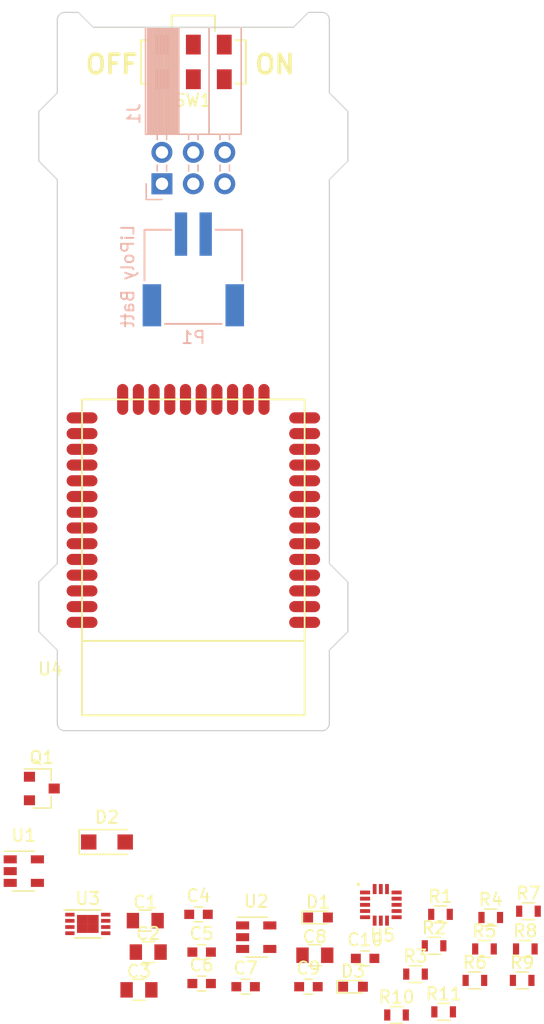
<source format=kicad_pcb>
(kicad_pcb (version 4) (host pcbnew 4.0.7)

  (general
    (links 81)
    (no_connects 81)
    (area 125.449999 58.949999 150.550001 117.050001)
    (thickness 1.6)
    (drawings 31)
    (tracks 0)
    (zones 0)
    (modules 33)
    (nets 22)
  )

  (page A4)
  (layers
    (0 F.Cu signal)
    (1 In1.Cu signal hide)
    (2 In2.Cu signal)
    (31 B.Cu signal)
    (34 B.Paste user hide)
    (35 F.Paste user hide)
    (36 B.SilkS user)
    (37 F.SilkS user)
    (38 B.Mask user hide)
    (39 F.Mask user hide)
    (44 Edge.Cuts user)
    (46 B.CrtYd user hide)
    (47 F.CrtYd user hide)
  )

  (setup
    (last_trace_width 0.14)
    (user_trace_width 0.2)
    (user_trace_width 0.3)
    (trace_clearance 0.14)
    (zone_clearance 0.2)
    (zone_45_only no)
    (trace_min 0.127)
    (segment_width 0.2)
    (edge_width 0.1)
    (via_size 0.36)
    (via_drill 0.26)
    (via_min_size 0.3556)
    (via_min_drill 0.254)
    (user_via 0.48 0.26)
    (uvia_size 0.36)
    (uvia_drill 0.26)
    (uvias_allowed no)
    (uvia_min_size 0.3556)
    (uvia_min_drill 0.254)
    (pcb_text_width 0.3)
    (pcb_text_size 1.5 1.5)
    (mod_edge_width 0.15)
    (mod_text_size 1 1)
    (mod_text_width 0.15)
    (pad_size 1.524 1.524)
    (pad_drill 0.762)
    (pad_to_mask_clearance 0.05)
    (solder_mask_min_width 0.1)
    (pad_to_paste_clearance -0.0125)
    (aux_axis_origin 138 117)
    (visible_elements 7FFFFF7F)
    (pcbplotparams
      (layerselection 0x010fc_80000007)
      (usegerberextensions false)
      (excludeedgelayer true)
      (linewidth 0.100000)
      (plotframeref false)
      (viasonmask false)
      (mode 1)
      (useauxorigin false)
      (hpglpennumber 1)
      (hpglpenspeed 20)
      (hpglpendiameter 15)
      (hpglpenoverlay 2)
      (psnegative false)
      (psa4output false)
      (plotreference true)
      (plotvalue true)
      (plotinvisibletext false)
      (padsonsilk false)
      (subtractmaskfromsilk false)
      (outputformat 1)
      (mirror false)
      (drillshape 0)
      (scaleselection 1)
      (outputdirectory gerbers/))
  )

  (net 0 "")
  (net 1 +3V3)
  (net 2 GND)
  (net 3 +BATT)
  (net 4 +5V)
  (net 5 "Net-(D1-Pad1)")
  (net 6 /GPIO0)
  (net 7 /RESET)
  (net 8 "Net-(SW1-Pad1)")
  (net 9 /VIN)
  (net 10 "Net-(U3-Pad9)")
  (net 11 "Net-(C7-Pad1)")
  (net 12 "Net-(D3-Pad2)")
  (net 13 /PROG_TXD)
  (net 14 /PROG_RXD)
  (net 15 "Net-(R2-Pad1)")
  (net 16 /LED)
  (net 17 /BAT_SENSE)
  (net 18 "Net-(R6-Pad2)")
  (net 19 /5V_SENSE)
  (net 20 /SCL)
  (net 21 /SDA)

  (net_class Default "This is the default net class."
    (clearance 0.14)
    (trace_width 0.14)
    (via_dia 0.36)
    (via_drill 0.26)
    (uvia_dia 0.36)
    (uvia_drill 0.26)
    (add_net +3V3)
    (add_net +5V)
    (add_net +BATT)
    (add_net /5V_SENSE)
    (add_net /BAT_SENSE)
    (add_net /GPIO0)
    (add_net /LED)
    (add_net /PROG_RXD)
    (add_net /PROG_TXD)
    (add_net /RESET)
    (add_net /SCL)
    (add_net /SDA)
    (add_net /VIN)
    (add_net GND)
    (add_net "Net-(C7-Pad1)")
    (add_net "Net-(D1-Pad1)")
    (add_net "Net-(D3-Pad2)")
    (add_net "Net-(R2-Pad1)")
    (add_net "Net-(R6-Pad2)")
    (add_net "Net-(SW1-Pad1)")
    (add_net "Net-(U3-Pad9)")
  )

  (module Capacitors_SMD:C_0805 (layer F.Cu) (tedit 58AA8463) (tstamp 5A4815B2)
    (at 134.112 132.334)
    (descr "Capacitor SMD 0805, reflow soldering, AVX (see smccp.pdf)")
    (tags "capacitor 0805")
    (path /58B97F3E)
    (attr smd)
    (fp_text reference C1 (at 0 -1.5) (layer F.SilkS)
      (effects (font (size 1 1) (thickness 0.15)))
    )
    (fp_text value 10u (at 0 1.75) (layer F.Fab)
      (effects (font (size 1 1) (thickness 0.15)))
    )
    (fp_text user %R (at 0 -1.5) (layer F.Fab)
      (effects (font (size 1 1) (thickness 0.15)))
    )
    (fp_line (start -1 0.62) (end -1 -0.62) (layer F.Fab) (width 0.1))
    (fp_line (start 1 0.62) (end -1 0.62) (layer F.Fab) (width 0.1))
    (fp_line (start 1 -0.62) (end 1 0.62) (layer F.Fab) (width 0.1))
    (fp_line (start -1 -0.62) (end 1 -0.62) (layer F.Fab) (width 0.1))
    (fp_line (start 0.5 -0.85) (end -0.5 -0.85) (layer F.SilkS) (width 0.12))
    (fp_line (start -0.5 0.85) (end 0.5 0.85) (layer F.SilkS) (width 0.12))
    (fp_line (start -1.75 -0.88) (end 1.75 -0.88) (layer F.CrtYd) (width 0.05))
    (fp_line (start -1.75 -0.88) (end -1.75 0.87) (layer F.CrtYd) (width 0.05))
    (fp_line (start 1.75 0.87) (end 1.75 -0.88) (layer F.CrtYd) (width 0.05))
    (fp_line (start 1.75 0.87) (end -1.75 0.87) (layer F.CrtYd) (width 0.05))
    (pad 1 smd rect (at -1 0) (size 1 1.25) (layers F.Cu F.Paste F.Mask)
      (net 9 /VIN))
    (pad 2 smd rect (at 1 0) (size 1 1.25) (layers F.Cu F.Paste F.Mask)
      (net 2 GND))
    (model Capacitors_SMD.3dshapes/C_0805.wrl
      (at (xyz 0 0 0))
      (scale (xyz 1 1 1))
      (rotate (xyz 0 0 0))
    )
  )

  (module Capacitors_SMD:C_0805 (layer F.Cu) (tedit 58AA8463) (tstamp 5A4815C3)
    (at 134.35 134.874)
    (descr "Capacitor SMD 0805, reflow soldering, AVX (see smccp.pdf)")
    (tags "capacitor 0805")
    (path /58B92ABD)
    (attr smd)
    (fp_text reference C2 (at 0 -1.5) (layer F.SilkS)
      (effects (font (size 1 1) (thickness 0.15)))
    )
    (fp_text value 10u (at 0 1.75) (layer F.Fab)
      (effects (font (size 1 1) (thickness 0.15)))
    )
    (fp_text user %R (at 0 -1.5) (layer F.Fab)
      (effects (font (size 1 1) (thickness 0.15)))
    )
    (fp_line (start -1 0.62) (end -1 -0.62) (layer F.Fab) (width 0.1))
    (fp_line (start 1 0.62) (end -1 0.62) (layer F.Fab) (width 0.1))
    (fp_line (start 1 -0.62) (end 1 0.62) (layer F.Fab) (width 0.1))
    (fp_line (start -1 -0.62) (end 1 -0.62) (layer F.Fab) (width 0.1))
    (fp_line (start 0.5 -0.85) (end -0.5 -0.85) (layer F.SilkS) (width 0.12))
    (fp_line (start -0.5 0.85) (end 0.5 0.85) (layer F.SilkS) (width 0.12))
    (fp_line (start -1.75 -0.88) (end 1.75 -0.88) (layer F.CrtYd) (width 0.05))
    (fp_line (start -1.75 -0.88) (end -1.75 0.87) (layer F.CrtYd) (width 0.05))
    (fp_line (start 1.75 0.87) (end 1.75 -0.88) (layer F.CrtYd) (width 0.05))
    (fp_line (start 1.75 0.87) (end -1.75 0.87) (layer F.CrtYd) (width 0.05))
    (pad 1 smd rect (at -1 0) (size 1 1.25) (layers F.Cu F.Paste F.Mask)
      (net 3 +BATT))
    (pad 2 smd rect (at 1 0) (size 1 1.25) (layers F.Cu F.Paste F.Mask)
      (net 2 GND))
    (model Capacitors_SMD.3dshapes/C_0805.wrl
      (at (xyz 0 0 0))
      (scale (xyz 1 1 1))
      (rotate (xyz 0 0 0))
    )
  )

  (module Capacitors_SMD:C_0805 (layer F.Cu) (tedit 58AA8463) (tstamp 5A4815D4)
    (at 133.604 137.922)
    (descr "Capacitor SMD 0805, reflow soldering, AVX (see smccp.pdf)")
    (tags "capacitor 0805")
    (path /58B97FCA)
    (attr smd)
    (fp_text reference C3 (at 0 -1.5) (layer F.SilkS)
      (effects (font (size 1 1) (thickness 0.15)))
    )
    (fp_text value 10u (at 0 1.75) (layer F.Fab)
      (effects (font (size 1 1) (thickness 0.15)))
    )
    (fp_text user %R (at 0 -1.5) (layer F.Fab)
      (effects (font (size 1 1) (thickness 0.15)))
    )
    (fp_line (start -1 0.62) (end -1 -0.62) (layer F.Fab) (width 0.1))
    (fp_line (start 1 0.62) (end -1 0.62) (layer F.Fab) (width 0.1))
    (fp_line (start 1 -0.62) (end 1 0.62) (layer F.Fab) (width 0.1))
    (fp_line (start -1 -0.62) (end 1 -0.62) (layer F.Fab) (width 0.1))
    (fp_line (start 0.5 -0.85) (end -0.5 -0.85) (layer F.SilkS) (width 0.12))
    (fp_line (start -0.5 0.85) (end 0.5 0.85) (layer F.SilkS) (width 0.12))
    (fp_line (start -1.75 -0.88) (end 1.75 -0.88) (layer F.CrtYd) (width 0.05))
    (fp_line (start -1.75 -0.88) (end -1.75 0.87) (layer F.CrtYd) (width 0.05))
    (fp_line (start 1.75 0.87) (end 1.75 -0.88) (layer F.CrtYd) (width 0.05))
    (fp_line (start 1.75 0.87) (end -1.75 0.87) (layer F.CrtYd) (width 0.05))
    (pad 1 smd rect (at -1 0) (size 1 1.25) (layers F.Cu F.Paste F.Mask)
      (net 1 +3V3))
    (pad 2 smd rect (at 1 0) (size 1 1.25) (layers F.Cu F.Paste F.Mask)
      (net 2 GND))
    (model Capacitors_SMD.3dshapes/C_0805.wrl
      (at (xyz 0 0 0))
      (scale (xyz 1 1 1))
      (rotate (xyz 0 0 0))
    )
  )

  (module Capacitors_SMD:C_0603 (layer F.Cu) (tedit 59958EE7) (tstamp 5A4815E5)
    (at 138.418 131.826)
    (descr "Capacitor SMD 0603, reflow soldering, AVX (see smccp.pdf)")
    (tags "capacitor 0603")
    (path /58B98035)
    (attr smd)
    (fp_text reference C4 (at 0 -1.5) (layer F.SilkS)
      (effects (font (size 1 1) (thickness 0.15)))
    )
    (fp_text value 1u (at 0 1.5) (layer F.Fab)
      (effects (font (size 1 1) (thickness 0.15)))
    )
    (fp_line (start 1.4 0.65) (end -1.4 0.65) (layer F.CrtYd) (width 0.05))
    (fp_line (start 1.4 0.65) (end 1.4 -0.65) (layer F.CrtYd) (width 0.05))
    (fp_line (start -1.4 -0.65) (end -1.4 0.65) (layer F.CrtYd) (width 0.05))
    (fp_line (start -1.4 -0.65) (end 1.4 -0.65) (layer F.CrtYd) (width 0.05))
    (fp_line (start 0.35 0.6) (end -0.35 0.6) (layer F.SilkS) (width 0.12))
    (fp_line (start -0.35 -0.6) (end 0.35 -0.6) (layer F.SilkS) (width 0.12))
    (fp_line (start -0.8 -0.4) (end 0.8 -0.4) (layer F.Fab) (width 0.1))
    (fp_line (start 0.8 -0.4) (end 0.8 0.4) (layer F.Fab) (width 0.1))
    (fp_line (start 0.8 0.4) (end -0.8 0.4) (layer F.Fab) (width 0.1))
    (fp_line (start -0.8 0.4) (end -0.8 -0.4) (layer F.Fab) (width 0.1))
    (fp_text user %R (at 0 0) (layer F.Fab)
      (effects (font (size 0.3 0.3) (thickness 0.075)))
    )
    (pad 2 smd rect (at 0.75 0) (size 0.8 0.75) (layers F.Cu F.Paste F.Mask)
      (net 2 GND))
    (pad 1 smd rect (at -0.75 0) (size 0.8 0.75) (layers F.Cu F.Paste F.Mask)
      (net 1 +3V3))
    (model Capacitors_SMD.3dshapes/C_0603.wrl
      (at (xyz 0 0 0))
      (scale (xyz 1 1 1))
      (rotate (xyz 0 0 0))
    )
  )

  (module Capacitors_SMD:C_0603 (layer F.Cu) (tedit 59958EE7) (tstamp 5A4815F6)
    (at 138.672 134.874)
    (descr "Capacitor SMD 0603, reflow soldering, AVX (see smccp.pdf)")
    (tags "capacitor 0603")
    (path /5A48B9D9)
    (attr smd)
    (fp_text reference C5 (at 0 -1.5) (layer F.SilkS)
      (effects (font (size 1 1) (thickness 0.15)))
    )
    (fp_text value 0.1u (at 0 1.5) (layer F.Fab)
      (effects (font (size 1 1) (thickness 0.15)))
    )
    (fp_line (start 1.4 0.65) (end -1.4 0.65) (layer F.CrtYd) (width 0.05))
    (fp_line (start 1.4 0.65) (end 1.4 -0.65) (layer F.CrtYd) (width 0.05))
    (fp_line (start -1.4 -0.65) (end -1.4 0.65) (layer F.CrtYd) (width 0.05))
    (fp_line (start -1.4 -0.65) (end 1.4 -0.65) (layer F.CrtYd) (width 0.05))
    (fp_line (start 0.35 0.6) (end -0.35 0.6) (layer F.SilkS) (width 0.12))
    (fp_line (start -0.35 -0.6) (end 0.35 -0.6) (layer F.SilkS) (width 0.12))
    (fp_line (start -0.8 -0.4) (end 0.8 -0.4) (layer F.Fab) (width 0.1))
    (fp_line (start 0.8 -0.4) (end 0.8 0.4) (layer F.Fab) (width 0.1))
    (fp_line (start 0.8 0.4) (end -0.8 0.4) (layer F.Fab) (width 0.1))
    (fp_line (start -0.8 0.4) (end -0.8 -0.4) (layer F.Fab) (width 0.1))
    (fp_text user %R (at 0 0) (layer F.Fab)
      (effects (font (size 0.3 0.3) (thickness 0.075)))
    )
    (pad 2 smd rect (at 0.75 0) (size 0.8 0.75) (layers F.Cu F.Paste F.Mask)
      (net 2 GND))
    (pad 1 smd rect (at -0.75 0) (size 0.8 0.75) (layers F.Cu F.Paste F.Mask)
      (net 7 /RESET))
    (model Capacitors_SMD.3dshapes/C_0603.wrl
      (at (xyz 0 0 0))
      (scale (xyz 1 1 1))
      (rotate (xyz 0 0 0))
    )
  )

  (module Capacitors_SMD:C_0603 (layer F.Cu) (tedit 59958EE7) (tstamp 5A481607)
    (at 138.672 137.414)
    (descr "Capacitor SMD 0603, reflow soldering, AVX (see smccp.pdf)")
    (tags "capacitor 0603")
    (path /58BB5C80)
    (attr smd)
    (fp_text reference C6 (at 0 -1.5) (layer F.SilkS)
      (effects (font (size 1 1) (thickness 0.15)))
    )
    (fp_text value 1u (at 0 1.5) (layer F.Fab)
      (effects (font (size 1 1) (thickness 0.15)))
    )
    (fp_line (start 1.4 0.65) (end -1.4 0.65) (layer F.CrtYd) (width 0.05))
    (fp_line (start 1.4 0.65) (end 1.4 -0.65) (layer F.CrtYd) (width 0.05))
    (fp_line (start -1.4 -0.65) (end -1.4 0.65) (layer F.CrtYd) (width 0.05))
    (fp_line (start -1.4 -0.65) (end 1.4 -0.65) (layer F.CrtYd) (width 0.05))
    (fp_line (start 0.35 0.6) (end -0.35 0.6) (layer F.SilkS) (width 0.12))
    (fp_line (start -0.35 -0.6) (end 0.35 -0.6) (layer F.SilkS) (width 0.12))
    (fp_line (start -0.8 -0.4) (end 0.8 -0.4) (layer F.Fab) (width 0.1))
    (fp_line (start 0.8 -0.4) (end 0.8 0.4) (layer F.Fab) (width 0.1))
    (fp_line (start 0.8 0.4) (end -0.8 0.4) (layer F.Fab) (width 0.1))
    (fp_line (start -0.8 0.4) (end -0.8 -0.4) (layer F.Fab) (width 0.1))
    (fp_text user %R (at 0 0) (layer F.Fab)
      (effects (font (size 0.3 0.3) (thickness 0.075)))
    )
    (pad 2 smd rect (at 0.75 0) (size 0.8 0.75) (layers F.Cu F.Paste F.Mask)
      (net 2 GND))
    (pad 1 smd rect (at -0.75 0) (size 0.8 0.75) (layers F.Cu F.Paste F.Mask)
      (net 1 +3V3))
    (model Capacitors_SMD.3dshapes/C_0603.wrl
      (at (xyz 0 0 0))
      (scale (xyz 1 1 1))
      (rotate (xyz 0 0 0))
    )
  )

  (module Capacitors_SMD:C_0603 (layer F.Cu) (tedit 59958EE7) (tstamp 5A481618)
    (at 142.228 137.668)
    (descr "Capacitor SMD 0603, reflow soldering, AVX (see smccp.pdf)")
    (tags "capacitor 0603")
    (path /58BB0721)
    (attr smd)
    (fp_text reference C7 (at 0 -1.5) (layer F.SilkS)
      (effects (font (size 1 1) (thickness 0.15)))
    )
    (fp_text value 0.1u (at 0 1.5) (layer F.Fab)
      (effects (font (size 1 1) (thickness 0.15)))
    )
    (fp_line (start 1.4 0.65) (end -1.4 0.65) (layer F.CrtYd) (width 0.05))
    (fp_line (start 1.4 0.65) (end 1.4 -0.65) (layer F.CrtYd) (width 0.05))
    (fp_line (start -1.4 -0.65) (end -1.4 0.65) (layer F.CrtYd) (width 0.05))
    (fp_line (start -1.4 -0.65) (end 1.4 -0.65) (layer F.CrtYd) (width 0.05))
    (fp_line (start 0.35 0.6) (end -0.35 0.6) (layer F.SilkS) (width 0.12))
    (fp_line (start -0.35 -0.6) (end 0.35 -0.6) (layer F.SilkS) (width 0.12))
    (fp_line (start -0.8 -0.4) (end 0.8 -0.4) (layer F.Fab) (width 0.1))
    (fp_line (start 0.8 -0.4) (end 0.8 0.4) (layer F.Fab) (width 0.1))
    (fp_line (start 0.8 0.4) (end -0.8 0.4) (layer F.Fab) (width 0.1))
    (fp_line (start -0.8 0.4) (end -0.8 -0.4) (layer F.Fab) (width 0.1))
    (fp_text user %R (at 0 0) (layer F.Fab)
      (effects (font (size 0.3 0.3) (thickness 0.075)))
    )
    (pad 2 smd rect (at 0.75 0) (size 0.8 0.75) (layers F.Cu F.Paste F.Mask)
      (net 2 GND))
    (pad 1 smd rect (at -0.75 0) (size 0.8 0.75) (layers F.Cu F.Paste F.Mask)
      (net 11 "Net-(C7-Pad1)"))
    (model Capacitors_SMD.3dshapes/C_0603.wrl
      (at (xyz 0 0 0))
      (scale (xyz 1 1 1))
      (rotate (xyz 0 0 0))
    )
  )

  (module Capacitors_SMD:C_0805 (layer F.Cu) (tedit 58AA8463) (tstamp 5A481629)
    (at 147.828 135.128)
    (descr "Capacitor SMD 0805, reflow soldering, AVX (see smccp.pdf)")
    (tags "capacitor 0805")
    (path /5A48ACF8)
    (attr smd)
    (fp_text reference C8 (at 0 -1.5) (layer F.SilkS)
      (effects (font (size 1 1) (thickness 0.15)))
    )
    (fp_text value 10u (at 0 1.75) (layer F.Fab)
      (effects (font (size 1 1) (thickness 0.15)))
    )
    (fp_text user %R (at 0 -1.5) (layer F.Fab)
      (effects (font (size 1 1) (thickness 0.15)))
    )
    (fp_line (start -1 0.62) (end -1 -0.62) (layer F.Fab) (width 0.1))
    (fp_line (start 1 0.62) (end -1 0.62) (layer F.Fab) (width 0.1))
    (fp_line (start 1 -0.62) (end 1 0.62) (layer F.Fab) (width 0.1))
    (fp_line (start -1 -0.62) (end 1 -0.62) (layer F.Fab) (width 0.1))
    (fp_line (start 0.5 -0.85) (end -0.5 -0.85) (layer F.SilkS) (width 0.12))
    (fp_line (start -0.5 0.85) (end 0.5 0.85) (layer F.SilkS) (width 0.12))
    (fp_line (start -1.75 -0.88) (end 1.75 -0.88) (layer F.CrtYd) (width 0.05))
    (fp_line (start -1.75 -0.88) (end -1.75 0.87) (layer F.CrtYd) (width 0.05))
    (fp_line (start 1.75 0.87) (end 1.75 -0.88) (layer F.CrtYd) (width 0.05))
    (fp_line (start 1.75 0.87) (end -1.75 0.87) (layer F.CrtYd) (width 0.05))
    (pad 1 smd rect (at -1 0) (size 1 1.25) (layers F.Cu F.Paste F.Mask)
      (net 1 +3V3))
    (pad 2 smd rect (at 1 0) (size 1 1.25) (layers F.Cu F.Paste F.Mask)
      (net 2 GND))
    (model Capacitors_SMD.3dshapes/C_0805.wrl
      (at (xyz 0 0 0))
      (scale (xyz 1 1 1))
      (rotate (xyz 0 0 0))
    )
  )

  (module Capacitors_SMD:C_0603 (layer F.Cu) (tedit 59958EE7) (tstamp 5A48163A)
    (at 147.308 137.668)
    (descr "Capacitor SMD 0603, reflow soldering, AVX (see smccp.pdf)")
    (tags "capacitor 0603")
    (path /5A48A3BF)
    (attr smd)
    (fp_text reference C9 (at 0 -1.5) (layer F.SilkS)
      (effects (font (size 1 1) (thickness 0.15)))
    )
    (fp_text value 0.1u (at 0 1.5) (layer F.Fab)
      (effects (font (size 1 1) (thickness 0.15)))
    )
    (fp_line (start 1.4 0.65) (end -1.4 0.65) (layer F.CrtYd) (width 0.05))
    (fp_line (start 1.4 0.65) (end 1.4 -0.65) (layer F.CrtYd) (width 0.05))
    (fp_line (start -1.4 -0.65) (end -1.4 0.65) (layer F.CrtYd) (width 0.05))
    (fp_line (start -1.4 -0.65) (end 1.4 -0.65) (layer F.CrtYd) (width 0.05))
    (fp_line (start 0.35 0.6) (end -0.35 0.6) (layer F.SilkS) (width 0.12))
    (fp_line (start -0.35 -0.6) (end 0.35 -0.6) (layer F.SilkS) (width 0.12))
    (fp_line (start -0.8 -0.4) (end 0.8 -0.4) (layer F.Fab) (width 0.1))
    (fp_line (start 0.8 -0.4) (end 0.8 0.4) (layer F.Fab) (width 0.1))
    (fp_line (start 0.8 0.4) (end -0.8 0.4) (layer F.Fab) (width 0.1))
    (fp_line (start -0.8 0.4) (end -0.8 -0.4) (layer F.Fab) (width 0.1))
    (fp_text user %R (at 0 0) (layer F.Fab)
      (effects (font (size 0.3 0.3) (thickness 0.075)))
    )
    (pad 2 smd rect (at 0.75 0) (size 0.8 0.75) (layers F.Cu F.Paste F.Mask)
      (net 2 GND))
    (pad 1 smd rect (at -0.75 0) (size 0.8 0.75) (layers F.Cu F.Paste F.Mask)
      (net 1 +3V3))
    (model Capacitors_SMD.3dshapes/C_0603.wrl
      (at (xyz 0 0 0))
      (scale (xyz 1 1 1))
      (rotate (xyz 0 0 0))
    )
  )

  (module Capacitors_SMD:C_0603 (layer F.Cu) (tedit 59958EE7) (tstamp 5A48164B)
    (at 151.892 135.382)
    (descr "Capacitor SMD 0603, reflow soldering, AVX (see smccp.pdf)")
    (tags "capacitor 0603")
    (path /58BAF20C)
    (attr smd)
    (fp_text reference C10 (at 0 -1.5) (layer F.SilkS)
      (effects (font (size 1 1) (thickness 0.15)))
    )
    (fp_text value 0.1u (at 0 1.5) (layer F.Fab)
      (effects (font (size 1 1) (thickness 0.15)))
    )
    (fp_line (start 1.4 0.65) (end -1.4 0.65) (layer F.CrtYd) (width 0.05))
    (fp_line (start 1.4 0.65) (end 1.4 -0.65) (layer F.CrtYd) (width 0.05))
    (fp_line (start -1.4 -0.65) (end -1.4 0.65) (layer F.CrtYd) (width 0.05))
    (fp_line (start -1.4 -0.65) (end 1.4 -0.65) (layer F.CrtYd) (width 0.05))
    (fp_line (start 0.35 0.6) (end -0.35 0.6) (layer F.SilkS) (width 0.12))
    (fp_line (start -0.35 -0.6) (end 0.35 -0.6) (layer F.SilkS) (width 0.12))
    (fp_line (start -0.8 -0.4) (end 0.8 -0.4) (layer F.Fab) (width 0.1))
    (fp_line (start 0.8 -0.4) (end 0.8 0.4) (layer F.Fab) (width 0.1))
    (fp_line (start 0.8 0.4) (end -0.8 0.4) (layer F.Fab) (width 0.1))
    (fp_line (start -0.8 0.4) (end -0.8 -0.4) (layer F.Fab) (width 0.1))
    (fp_text user %R (at 0 0) (layer F.Fab)
      (effects (font (size 0.3 0.3) (thickness 0.075)))
    )
    (pad 2 smd rect (at 0.75 0) (size 0.8 0.75) (layers F.Cu F.Paste F.Mask)
      (net 2 GND))
    (pad 1 smd rect (at -0.75 0) (size 0.8 0.75) (layers F.Cu F.Paste F.Mask)
      (net 1 +3V3))
    (model Capacitors_SMD.3dshapes/C_0603.wrl
      (at (xyz 0 0 0))
      (scale (xyz 1 1 1))
      (rotate (xyz 0 0 0))
    )
  )

  (module LEDs:LED_0603 (layer F.Cu) (tedit 57FE93A5) (tstamp 5A481660)
    (at 148.082 132.08)
    (descr "LED 0603 smd package")
    (tags "LED led 0603 SMD smd SMT smt smdled SMDLED smtled SMTLED")
    (path /58B91303)
    (attr smd)
    (fp_text reference D1 (at 0 -1.25) (layer F.SilkS)
      (effects (font (size 1 1) (thickness 0.15)))
    )
    (fp_text value ORG (at 0 1.35) (layer F.Fab)
      (effects (font (size 1 1) (thickness 0.15)))
    )
    (fp_line (start -1.3 -0.5) (end -1.3 0.5) (layer F.SilkS) (width 0.12))
    (fp_line (start -0.2 -0.2) (end -0.2 0.2) (layer F.Fab) (width 0.1))
    (fp_line (start -0.15 0) (end 0.15 -0.2) (layer F.Fab) (width 0.1))
    (fp_line (start 0.15 0.2) (end -0.15 0) (layer F.Fab) (width 0.1))
    (fp_line (start 0.15 -0.2) (end 0.15 0.2) (layer F.Fab) (width 0.1))
    (fp_line (start 0.8 0.4) (end -0.8 0.4) (layer F.Fab) (width 0.1))
    (fp_line (start 0.8 -0.4) (end 0.8 0.4) (layer F.Fab) (width 0.1))
    (fp_line (start -0.8 -0.4) (end 0.8 -0.4) (layer F.Fab) (width 0.1))
    (fp_line (start -0.8 0.4) (end -0.8 -0.4) (layer F.Fab) (width 0.1))
    (fp_line (start -1.3 0.5) (end 0.8 0.5) (layer F.SilkS) (width 0.12))
    (fp_line (start -1.3 -0.5) (end 0.8 -0.5) (layer F.SilkS) (width 0.12))
    (fp_line (start 1.45 -0.65) (end 1.45 0.65) (layer F.CrtYd) (width 0.05))
    (fp_line (start 1.45 0.65) (end -1.45 0.65) (layer F.CrtYd) (width 0.05))
    (fp_line (start -1.45 0.65) (end -1.45 -0.65) (layer F.CrtYd) (width 0.05))
    (fp_line (start -1.45 -0.65) (end 1.45 -0.65) (layer F.CrtYd) (width 0.05))
    (pad 2 smd rect (at 0.8 0 180) (size 0.8 0.8) (layers F.Cu F.Paste F.Mask)
      (net 4 +5V))
    (pad 1 smd rect (at -0.8 0 180) (size 0.8 0.8) (layers F.Cu F.Paste F.Mask)
      (net 5 "Net-(D1-Pad1)"))
    (model ${KISYS3DMOD}/LEDs.3dshapes/LED_0603.wrl
      (at (xyz 0 0 0))
      (scale (xyz 1 1 1))
      (rotate (xyz 0 0 180))
    )
  )

  (module footprint:SOD-123FL (layer F.Cu) (tedit 58BA46F3) (tstamp 5A481678)
    (at 131.015 125.984)
    (descr SOD-123)
    (tags SOD-123)
    (path /58B97E5C)
    (attr smd)
    (fp_text reference D2 (at 0 -2) (layer F.SilkS)
      (effects (font (size 1 1) (thickness 0.15)))
    )
    (fp_text value MBR120 (at 0 2.1) (layer F.Fab)
      (effects (font (size 1 1) (thickness 0.15)))
    )
    (fp_line (start -2.25 -1) (end -2.25 1) (layer F.SilkS) (width 0.12))
    (fp_line (start 0.25 0) (end 0.75 0) (layer F.Fab) (width 0.1))
    (fp_line (start 0.25 0.4) (end -0.35 0) (layer F.Fab) (width 0.1))
    (fp_line (start 0.25 -0.4) (end 0.25 0.4) (layer F.Fab) (width 0.1))
    (fp_line (start -0.35 0) (end 0.25 -0.4) (layer F.Fab) (width 0.1))
    (fp_line (start -0.35 0) (end -0.35 0.55) (layer F.Fab) (width 0.1))
    (fp_line (start -0.35 0) (end -0.35 -0.55) (layer F.Fab) (width 0.1))
    (fp_line (start -0.75 0) (end -0.35 0) (layer F.Fab) (width 0.1))
    (fp_line (start -1.4 0.9) (end -1.4 -0.9) (layer F.Fab) (width 0.1))
    (fp_line (start 1.4 0.9) (end -1.4 0.9) (layer F.Fab) (width 0.1))
    (fp_line (start 1.4 -0.9) (end 1.4 0.9) (layer F.Fab) (width 0.1))
    (fp_line (start -1.4 -0.9) (end 1.4 -0.9) (layer F.Fab) (width 0.1))
    (fp_line (start -2.35 -1.15) (end 2.35 -1.15) (layer F.CrtYd) (width 0.05))
    (fp_line (start 2.35 -1.15) (end 2.35 1.15) (layer F.CrtYd) (width 0.05))
    (fp_line (start 2.35 1.15) (end -2.35 1.15) (layer F.CrtYd) (width 0.05))
    (fp_line (start -2.35 -1.15) (end -2.35 1.15) (layer F.CrtYd) (width 0.05))
    (fp_line (start -2.25 1) (end 1.65 1) (layer F.SilkS) (width 0.12))
    (fp_line (start -2.25 -1) (end 1.65 -1) (layer F.SilkS) (width 0.12))
    (pad 1 smd rect (at -1.475 0) (size 1.25 1.22) (layers F.Cu F.Paste F.Mask)
      (net 9 /VIN))
    (pad 2 smd rect (at 1.475 0) (size 1.25 1.22) (layers F.Cu F.Paste F.Mask)
      (net 4 +5V))
    (model ${KISYS3DMOD}/Diodes_SMD.3dshapes/D_SOD-123.wrl
      (at (xyz 0 0 0))
      (scale (xyz 1 1 1))
      (rotate (xyz 0 0 0))
    )
  )

  (module LEDs:LED_0603 (layer F.Cu) (tedit 57FE93A5) (tstamp 5A48168D)
    (at 150.914 137.668)
    (descr "LED 0603 smd package")
    (tags "LED led 0603 SMD smd SMT smt smdled SMDLED smtled SMTLED")
    (path /58B90F6F)
    (attr smd)
    (fp_text reference D3 (at 0 -1.25) (layer F.SilkS)
      (effects (font (size 1 1) (thickness 0.15)))
    )
    (fp_text value RED (at 0 1.35) (layer F.Fab)
      (effects (font (size 1 1) (thickness 0.15)))
    )
    (fp_line (start -1.3 -0.5) (end -1.3 0.5) (layer F.SilkS) (width 0.12))
    (fp_line (start -0.2 -0.2) (end -0.2 0.2) (layer F.Fab) (width 0.1))
    (fp_line (start -0.15 0) (end 0.15 -0.2) (layer F.Fab) (width 0.1))
    (fp_line (start 0.15 0.2) (end -0.15 0) (layer F.Fab) (width 0.1))
    (fp_line (start 0.15 -0.2) (end 0.15 0.2) (layer F.Fab) (width 0.1))
    (fp_line (start 0.8 0.4) (end -0.8 0.4) (layer F.Fab) (width 0.1))
    (fp_line (start 0.8 -0.4) (end 0.8 0.4) (layer F.Fab) (width 0.1))
    (fp_line (start -0.8 -0.4) (end 0.8 -0.4) (layer F.Fab) (width 0.1))
    (fp_line (start -0.8 0.4) (end -0.8 -0.4) (layer F.Fab) (width 0.1))
    (fp_line (start -1.3 0.5) (end 0.8 0.5) (layer F.SilkS) (width 0.12))
    (fp_line (start -1.3 -0.5) (end 0.8 -0.5) (layer F.SilkS) (width 0.12))
    (fp_line (start 1.45 -0.65) (end 1.45 0.65) (layer F.CrtYd) (width 0.05))
    (fp_line (start 1.45 0.65) (end -1.45 0.65) (layer F.CrtYd) (width 0.05))
    (fp_line (start -1.45 0.65) (end -1.45 -0.65) (layer F.CrtYd) (width 0.05))
    (fp_line (start -1.45 -0.65) (end 1.45 -0.65) (layer F.CrtYd) (width 0.05))
    (pad 2 smd rect (at 0.8 0 180) (size 0.8 0.8) (layers F.Cu F.Paste F.Mask)
      (net 12 "Net-(D3-Pad2)"))
    (pad 1 smd rect (at -0.8 0 180) (size 0.8 0.8) (layers F.Cu F.Paste F.Mask)
      (net 2 GND))
    (model ${KISYS3DMOD}/LEDs.3dshapes/LED_0603.wrl
      (at (xyz 0 0 0))
      (scale (xyz 1 1 1))
      (rotate (xyz 0 0 180))
    )
  )

  (module Socket_Strips:Socket_Strip_Angled_2x03_Pitch2.54mm (layer B.Cu) (tedit 58CD5448) (tstamp 5A4816E4)
    (at 135.46 72.84 270)
    (descr "Through hole angled socket strip, 2x03, 2.54mm pitch, 8.51mm socket length, double rows")
    (tags "Through hole angled socket strip THT 2x03 2.54mm double row")
    (path /5A4811CB)
    (fp_text reference J1 (at -5.65 2.27 270) (layer B.SilkS)
      (effects (font (size 1 1) (thickness 0.15)) (justify mirror))
    )
    (fp_text value eConn_02x03_Odd_Even (at -5.65 -7.35 270) (layer B.Fab)
      (effects (font (size 1 1) (thickness 0.15)) (justify mirror))
    )
    (fp_line (start -4.06 1.27) (end -4.06 -1.27) (layer B.Fab) (width 0.1))
    (fp_line (start -4.06 -1.27) (end -12.57 -1.27) (layer B.Fab) (width 0.1))
    (fp_line (start -12.57 -1.27) (end -12.57 1.27) (layer B.Fab) (width 0.1))
    (fp_line (start -12.57 1.27) (end -4.06 1.27) (layer B.Fab) (width 0.1))
    (fp_line (start 0 0.32) (end 0 -0.32) (layer B.Fab) (width 0.1))
    (fp_line (start 0 -0.32) (end -4.06 -0.32) (layer B.Fab) (width 0.1))
    (fp_line (start -4.06 -0.32) (end -4.06 0.32) (layer B.Fab) (width 0.1))
    (fp_line (start -4.06 0.32) (end 0 0.32) (layer B.Fab) (width 0.1))
    (fp_line (start -4.06 -1.27) (end -4.06 -3.81) (layer B.Fab) (width 0.1))
    (fp_line (start -4.06 -3.81) (end -12.57 -3.81) (layer B.Fab) (width 0.1))
    (fp_line (start -12.57 -3.81) (end -12.57 -1.27) (layer B.Fab) (width 0.1))
    (fp_line (start -12.57 -1.27) (end -4.06 -1.27) (layer B.Fab) (width 0.1))
    (fp_line (start 0 -2.22) (end 0 -2.86) (layer B.Fab) (width 0.1))
    (fp_line (start 0 -2.86) (end -4.06 -2.86) (layer B.Fab) (width 0.1))
    (fp_line (start -4.06 -2.86) (end -4.06 -2.22) (layer B.Fab) (width 0.1))
    (fp_line (start -4.06 -2.22) (end 0 -2.22) (layer B.Fab) (width 0.1))
    (fp_line (start -4.06 -3.81) (end -4.06 -6.35) (layer B.Fab) (width 0.1))
    (fp_line (start -4.06 -6.35) (end -12.57 -6.35) (layer B.Fab) (width 0.1))
    (fp_line (start -12.57 -6.35) (end -12.57 -3.81) (layer B.Fab) (width 0.1))
    (fp_line (start -12.57 -3.81) (end -4.06 -3.81) (layer B.Fab) (width 0.1))
    (fp_line (start 0 -4.76) (end 0 -5.4) (layer B.Fab) (width 0.1))
    (fp_line (start 0 -5.4) (end -4.06 -5.4) (layer B.Fab) (width 0.1))
    (fp_line (start -4.06 -5.4) (end -4.06 -4.76) (layer B.Fab) (width 0.1))
    (fp_line (start -4.06 -4.76) (end 0 -4.76) (layer B.Fab) (width 0.1))
    (fp_line (start -4 1.33) (end -4 -1.27) (layer B.SilkS) (width 0.12))
    (fp_line (start -4 -1.27) (end -12.63 -1.27) (layer B.SilkS) (width 0.12))
    (fp_line (start -12.63 -1.27) (end -12.63 1.33) (layer B.SilkS) (width 0.12))
    (fp_line (start -12.63 1.33) (end -4 1.33) (layer B.SilkS) (width 0.12))
    (fp_line (start -3.57 0.38) (end -4 0.38) (layer B.SilkS) (width 0.12))
    (fp_line (start -3.57 -0.38) (end -4 -0.38) (layer B.SilkS) (width 0.12))
    (fp_line (start -1.03 0.38) (end -1.51 0.38) (layer B.SilkS) (width 0.12))
    (fp_line (start -1.03 -0.38) (end -1.51 -0.38) (layer B.SilkS) (width 0.12))
    (fp_line (start -4 1.15) (end -12.63 1.15) (layer B.SilkS) (width 0.12))
    (fp_line (start -4 1.03) (end -12.63 1.03) (layer B.SilkS) (width 0.12))
    (fp_line (start -4 0.91) (end -12.63 0.91) (layer B.SilkS) (width 0.12))
    (fp_line (start -4 0.79) (end -12.63 0.79) (layer B.SilkS) (width 0.12))
    (fp_line (start -4 0.67) (end -12.63 0.67) (layer B.SilkS) (width 0.12))
    (fp_line (start -4 0.55) (end -12.63 0.55) (layer B.SilkS) (width 0.12))
    (fp_line (start -4 0.43) (end -12.63 0.43) (layer B.SilkS) (width 0.12))
    (fp_line (start -4 0.31) (end -12.63 0.31) (layer B.SilkS) (width 0.12))
    (fp_line (start -4 0.19) (end -12.63 0.19) (layer B.SilkS) (width 0.12))
    (fp_line (start -4 0.07) (end -12.63 0.07) (layer B.SilkS) (width 0.12))
    (fp_line (start -4 -0.05) (end -12.63 -0.05) (layer B.SilkS) (width 0.12))
    (fp_line (start -4 -0.17) (end -12.63 -0.17) (layer B.SilkS) (width 0.12))
    (fp_line (start -4 -0.29) (end -12.63 -0.29) (layer B.SilkS) (width 0.12))
    (fp_line (start -4 -0.41) (end -12.63 -0.41) (layer B.SilkS) (width 0.12))
    (fp_line (start -4 -0.53) (end -12.63 -0.53) (layer B.SilkS) (width 0.12))
    (fp_line (start -4 -0.65) (end -12.63 -0.65) (layer B.SilkS) (width 0.12))
    (fp_line (start -4 -0.77) (end -12.63 -0.77) (layer B.SilkS) (width 0.12))
    (fp_line (start -4 -0.89) (end -12.63 -0.89) (layer B.SilkS) (width 0.12))
    (fp_line (start -4 -1.01) (end -12.63 -1.01) (layer B.SilkS) (width 0.12))
    (fp_line (start -4 -1.13) (end -12.63 -1.13) (layer B.SilkS) (width 0.12))
    (fp_line (start -4 -1.25) (end -12.63 -1.25) (layer B.SilkS) (width 0.12))
    (fp_line (start -4 -1.37) (end -12.63 -1.37) (layer B.SilkS) (width 0.12))
    (fp_line (start -4 -1.27) (end -4 -3.81) (layer B.SilkS) (width 0.12))
    (fp_line (start -4 -3.81) (end -12.63 -3.81) (layer B.SilkS) (width 0.12))
    (fp_line (start -12.63 -3.81) (end -12.63 -1.27) (layer B.SilkS) (width 0.12))
    (fp_line (start -12.63 -1.27) (end -4 -1.27) (layer B.SilkS) (width 0.12))
    (fp_line (start -3.57 -2.16) (end -4 -2.16) (layer B.SilkS) (width 0.12))
    (fp_line (start -3.57 -2.92) (end -4 -2.92) (layer B.SilkS) (width 0.12))
    (fp_line (start -1.03 -2.16) (end -1.51 -2.16) (layer B.SilkS) (width 0.12))
    (fp_line (start -1.03 -2.92) (end -1.51 -2.92) (layer B.SilkS) (width 0.12))
    (fp_line (start -4 -3.81) (end -4 -6.41) (layer B.SilkS) (width 0.12))
    (fp_line (start -4 -6.41) (end -12.63 -6.41) (layer B.SilkS) (width 0.12))
    (fp_line (start -12.63 -6.41) (end -12.63 -3.81) (layer B.SilkS) (width 0.12))
    (fp_line (start -12.63 -3.81) (end -4 -3.81) (layer B.SilkS) (width 0.12))
    (fp_line (start -3.57 -4.7) (end -4 -4.7) (layer B.SilkS) (width 0.12))
    (fp_line (start -3.57 -5.46) (end -4 -5.46) (layer B.SilkS) (width 0.12))
    (fp_line (start -1.03 -4.7) (end -1.51 -4.7) (layer B.SilkS) (width 0.12))
    (fp_line (start -1.03 -5.46) (end -1.51 -5.46) (layer B.SilkS) (width 0.12))
    (fp_line (start 0 1.27) (end 1.27 1.27) (layer B.SilkS) (width 0.12))
    (fp_line (start 1.27 1.27) (end 1.27 0) (layer B.SilkS) (width 0.12))
    (fp_line (start 1.8 1.8) (end 1.8 -6.85) (layer B.CrtYd) (width 0.05))
    (fp_line (start 1.8 -6.85) (end -13.1 -6.85) (layer B.CrtYd) (width 0.05))
    (fp_line (start -13.1 -6.85) (end -13.1 1.8) (layer B.CrtYd) (width 0.05))
    (fp_line (start -13.1 1.8) (end 1.8 1.8) (layer B.CrtYd) (width 0.05))
    (fp_text user %R (at -5.65 2.27 270) (layer B.Fab)
      (effects (font (size 1 1) (thickness 0.15)) (justify mirror))
    )
    (pad 1 thru_hole rect (at 0 0 270) (size 1.7 1.7) (drill 1) (layers *.Cu *.Mask)
      (net 4 +5V))
    (pad 2 thru_hole oval (at -2.54 0 270) (size 1.7 1.7) (drill 1) (layers *.Cu *.Mask)
      (net 13 /PROG_TXD))
    (pad 3 thru_hole oval (at 0 -2.54 270) (size 1.7 1.7) (drill 1) (layers *.Cu *.Mask)
      (net 7 /RESET))
    (pad 4 thru_hole oval (at -2.54 -2.54 270) (size 1.7 1.7) (drill 1) (layers *.Cu *.Mask)
      (net 14 /PROG_RXD))
    (pad 5 thru_hole oval (at 0 -5.08 270) (size 1.7 1.7) (drill 1) (layers *.Cu *.Mask)
      (net 6 /GPIO0))
    (pad 6 thru_hole oval (at -2.54 -5.08 270) (size 1.7 1.7) (drill 1) (layers *.Cu *.Mask)
      (net 2 GND))
    (model ${KISYS3DMOD}/Socket_Strips.3dshapes/Socket_Strip_Angled_2x03_Pitch2.54mm.wrl
      (at (xyz -0.05 -0.1 0))
      (scale (xyz 1 1 1))
      (rotate (xyz 0 0 270))
    )
  )

  (module "footprint:S2B-PH-SM4-TB(LF)(SN)" (layer B.Cu) (tedit 58BAEB3D) (tstamp 5A4816F1)
    (at 138 84.15)
    (descr "JST PH series connector, B2B-PH-SM4-TB, top entry type, surface mount, Datasheet: http://www.jst-mfg.com/product/pdf/eng/ePH.pdf")
    (tags "connector jst ph")
    (path /58B9AFC5)
    (attr smd)
    (fp_text reference P1 (at 0 1.1) (layer B.SilkS)
      (effects (font (size 1 1) (thickness 0.15)) (justify mirror))
    )
    (fp_text value CONN_01X02 (at 0 -4.875) (layer B.Fab) hide
      (effects (font (size 1 1) (thickness 0.15)) (justify mirror))
    )
    (fp_line (start -2.3 0) (end 2.3 0) (layer B.SilkS) (width 0.15))
    (fp_line (start -3.95 -7.6) (end -3.95 -3.5) (layer B.SilkS) (width 0.15))
    (fp_line (start 3.95 -7.6) (end 3.95 -3.5) (layer B.SilkS) (width 0.15))
    (fp_line (start 3.95 -7.6) (end 1.8 -7.6) (layer B.SilkS) (width 0.15))
    (fp_line (start -3.95 -7.6) (end -1.8 -7.6) (layer B.SilkS) (width 0.15))
    (pad 2 smd rect (at -1 -7.25) (size 1 3.5) (layers B.Cu B.Paste B.Mask)
      (net 2 GND))
    (pad 1 smd rect (at 1 -7.25) (size 1 3.5) (layers B.Cu B.Paste B.Mask)
      (net 3 +BATT))
    (pad "" smd rect (at -3.35 -1.5) (size 1.5 3.4) (layers B.Cu B.Paste B.Mask))
    (pad "" smd rect (at 3.35 -1.5) (size 1.5 3.4) (layers B.Cu B.Paste B.Mask))
    (model Connectors_JST.3dshapes/JST_PH_B2B-PH-SM4-TB_02x2.00mm_Straight.wrl
      (at (xyz 0 0 0))
      (scale (xyz 1 1 1))
      (rotate (xyz 0 0 0))
    )
  )

  (module TO_SOT_Packages_SMD:SOT-23 (layer F.Cu) (tedit 58CE4E7E) (tstamp 5A481706)
    (at 125.746 121.666)
    (descr "SOT-23, Standard")
    (tags SOT-23)
    (path /5A4979BE)
    (attr smd)
    (fp_text reference Q1 (at 0 -2.5) (layer F.SilkS)
      (effects (font (size 1 1) (thickness 0.15)))
    )
    (fp_text value DMG3415U (at 0 2.5) (layer F.Fab)
      (effects (font (size 1 1) (thickness 0.15)))
    )
    (fp_text user %R (at 0 0 90) (layer F.Fab)
      (effects (font (size 0.5 0.5) (thickness 0.075)))
    )
    (fp_line (start -0.7 -0.95) (end -0.7 1.5) (layer F.Fab) (width 0.1))
    (fp_line (start -0.15 -1.52) (end 0.7 -1.52) (layer F.Fab) (width 0.1))
    (fp_line (start -0.7 -0.95) (end -0.15 -1.52) (layer F.Fab) (width 0.1))
    (fp_line (start 0.7 -1.52) (end 0.7 1.52) (layer F.Fab) (width 0.1))
    (fp_line (start -0.7 1.52) (end 0.7 1.52) (layer F.Fab) (width 0.1))
    (fp_line (start 0.76 1.58) (end 0.76 0.65) (layer F.SilkS) (width 0.12))
    (fp_line (start 0.76 -1.58) (end 0.76 -0.65) (layer F.SilkS) (width 0.12))
    (fp_line (start -1.7 -1.75) (end 1.7 -1.75) (layer F.CrtYd) (width 0.05))
    (fp_line (start 1.7 -1.75) (end 1.7 1.75) (layer F.CrtYd) (width 0.05))
    (fp_line (start 1.7 1.75) (end -1.7 1.75) (layer F.CrtYd) (width 0.05))
    (fp_line (start -1.7 1.75) (end -1.7 -1.75) (layer F.CrtYd) (width 0.05))
    (fp_line (start 0.76 -1.58) (end -1.4 -1.58) (layer F.SilkS) (width 0.12))
    (fp_line (start 0.76 1.58) (end -0.7 1.58) (layer F.SilkS) (width 0.12))
    (pad 1 smd rect (at -1 -0.95) (size 0.9 0.8) (layers F.Cu F.Paste F.Mask)
      (net 4 +5V))
    (pad 2 smd rect (at -1 0.95) (size 0.9 0.8) (layers F.Cu F.Paste F.Mask))
    (pad 3 smd rect (at 1 0) (size 0.9 0.8) (layers F.Cu F.Paste F.Mask)
      (net 3 +BATT))
    (model ${KISYS3DMOD}/TO_SOT_Packages_SMD.3dshapes/SOT-23.wrl
      (at (xyz 0 0 0))
      (scale (xyz 1 1 1))
      (rotate (xyz 0 0 0))
    )
  )

  (module Resistors_SMD:R_0603 (layer F.Cu) (tedit 58E0A804) (tstamp 5A481717)
    (at 157.988 131.826)
    (descr "Resistor SMD 0603, reflow soldering, Vishay (see dcrcw.pdf)")
    (tags "resistor 0603")
    (path /5A498548)
    (attr smd)
    (fp_text reference R1 (at 0 -1.45) (layer F.SilkS)
      (effects (font (size 1 1) (thickness 0.15)))
    )
    (fp_text value 100k (at 0 1.5) (layer F.Fab)
      (effects (font (size 1 1) (thickness 0.15)))
    )
    (fp_text user %R (at 0 0) (layer F.Fab)
      (effects (font (size 0.4 0.4) (thickness 0.075)))
    )
    (fp_line (start -0.8 0.4) (end -0.8 -0.4) (layer F.Fab) (width 0.1))
    (fp_line (start 0.8 0.4) (end -0.8 0.4) (layer F.Fab) (width 0.1))
    (fp_line (start 0.8 -0.4) (end 0.8 0.4) (layer F.Fab) (width 0.1))
    (fp_line (start -0.8 -0.4) (end 0.8 -0.4) (layer F.Fab) (width 0.1))
    (fp_line (start 0.5 0.68) (end -0.5 0.68) (layer F.SilkS) (width 0.12))
    (fp_line (start -0.5 -0.68) (end 0.5 -0.68) (layer F.SilkS) (width 0.12))
    (fp_line (start -1.25 -0.7) (end 1.25 -0.7) (layer F.CrtYd) (width 0.05))
    (fp_line (start -1.25 -0.7) (end -1.25 0.7) (layer F.CrtYd) (width 0.05))
    (fp_line (start 1.25 0.7) (end 1.25 -0.7) (layer F.CrtYd) (width 0.05))
    (fp_line (start 1.25 0.7) (end -1.25 0.7) (layer F.CrtYd) (width 0.05))
    (pad 1 smd rect (at -0.75 0) (size 0.5 0.9) (layers F.Cu F.Paste F.Mask)
      (net 2 GND))
    (pad 2 smd rect (at 0.75 0) (size 0.5 0.9) (layers F.Cu F.Paste F.Mask)
      (net 4 +5V))
    (model ${KISYS3DMOD}/Resistors_SMD.3dshapes/R_0603.wrl
      (at (xyz 0 0 0))
      (scale (xyz 1 1 1))
      (rotate (xyz 0 0 0))
    )
  )

  (module Resistors_SMD:R_0603 (layer F.Cu) (tedit 58E0A804) (tstamp 5A481728)
    (at 157.468 134.366)
    (descr "Resistor SMD 0603, reflow soldering, Vishay (see dcrcw.pdf)")
    (tags "resistor 0603")
    (path /58B9146E)
    (attr smd)
    (fp_text reference R2 (at 0 -1.45) (layer F.SilkS)
      (effects (font (size 1 1) (thickness 0.15)))
    )
    (fp_text value 1k (at 0 1.5) (layer F.Fab)
      (effects (font (size 1 1) (thickness 0.15)))
    )
    (fp_text user %R (at 0 0) (layer F.Fab)
      (effects (font (size 0.4 0.4) (thickness 0.075)))
    )
    (fp_line (start -0.8 0.4) (end -0.8 -0.4) (layer F.Fab) (width 0.1))
    (fp_line (start 0.8 0.4) (end -0.8 0.4) (layer F.Fab) (width 0.1))
    (fp_line (start 0.8 -0.4) (end 0.8 0.4) (layer F.Fab) (width 0.1))
    (fp_line (start -0.8 -0.4) (end 0.8 -0.4) (layer F.Fab) (width 0.1))
    (fp_line (start 0.5 0.68) (end -0.5 0.68) (layer F.SilkS) (width 0.12))
    (fp_line (start -0.5 -0.68) (end 0.5 -0.68) (layer F.SilkS) (width 0.12))
    (fp_line (start -1.25 -0.7) (end 1.25 -0.7) (layer F.CrtYd) (width 0.05))
    (fp_line (start -1.25 -0.7) (end -1.25 0.7) (layer F.CrtYd) (width 0.05))
    (fp_line (start 1.25 0.7) (end 1.25 -0.7) (layer F.CrtYd) (width 0.05))
    (fp_line (start 1.25 0.7) (end -1.25 0.7) (layer F.CrtYd) (width 0.05))
    (pad 1 smd rect (at -0.75 0) (size 0.5 0.9) (layers F.Cu F.Paste F.Mask)
      (net 15 "Net-(R2-Pad1)"))
    (pad 2 smd rect (at 0.75 0) (size 0.5 0.9) (layers F.Cu F.Paste F.Mask)
      (net 5 "Net-(D1-Pad1)"))
    (model ${KISYS3DMOD}/Resistors_SMD.3dshapes/R_0603.wrl
      (at (xyz 0 0 0))
      (scale (xyz 1 1 1))
      (rotate (xyz 0 0 0))
    )
  )

  (module Resistors_SMD:R_0603 (layer F.Cu) (tedit 58E0A804) (tstamp 5A481739)
    (at 155.968 136.652)
    (descr "Resistor SMD 0603, reflow soldering, Vishay (see dcrcw.pdf)")
    (tags "resistor 0603")
    (path /58B910C6)
    (attr smd)
    (fp_text reference R3 (at 0 -1.45) (layer F.SilkS)
      (effects (font (size 1 1) (thickness 0.15)))
    )
    (fp_text value 1k (at 0 1.5) (layer F.Fab)
      (effects (font (size 1 1) (thickness 0.15)))
    )
    (fp_text user %R (at 0 0) (layer F.Fab)
      (effects (font (size 0.4 0.4) (thickness 0.075)))
    )
    (fp_line (start -0.8 0.4) (end -0.8 -0.4) (layer F.Fab) (width 0.1))
    (fp_line (start 0.8 0.4) (end -0.8 0.4) (layer F.Fab) (width 0.1))
    (fp_line (start 0.8 -0.4) (end 0.8 0.4) (layer F.Fab) (width 0.1))
    (fp_line (start -0.8 -0.4) (end 0.8 -0.4) (layer F.Fab) (width 0.1))
    (fp_line (start 0.5 0.68) (end -0.5 0.68) (layer F.SilkS) (width 0.12))
    (fp_line (start -0.5 -0.68) (end 0.5 -0.68) (layer F.SilkS) (width 0.12))
    (fp_line (start -1.25 -0.7) (end 1.25 -0.7) (layer F.CrtYd) (width 0.05))
    (fp_line (start -1.25 -0.7) (end -1.25 0.7) (layer F.CrtYd) (width 0.05))
    (fp_line (start 1.25 0.7) (end 1.25 -0.7) (layer F.CrtYd) (width 0.05))
    (fp_line (start 1.25 0.7) (end -1.25 0.7) (layer F.CrtYd) (width 0.05))
    (pad 1 smd rect (at -0.75 0) (size 0.5 0.9) (layers F.Cu F.Paste F.Mask)
      (net 12 "Net-(D3-Pad2)"))
    (pad 2 smd rect (at 0.75 0) (size 0.5 0.9) (layers F.Cu F.Paste F.Mask)
      (net 16 /LED))
    (model ${KISYS3DMOD}/Resistors_SMD.3dshapes/R_0603.wrl
      (at (xyz 0 0 0))
      (scale (xyz 1 1 1))
      (rotate (xyz 0 0 0))
    )
  )

  (module Resistors_SMD:R_0603 (layer F.Cu) (tedit 58E0A804) (tstamp 5A48174A)
    (at 162.052 132.08)
    (descr "Resistor SMD 0603, reflow soldering, Vishay (see dcrcw.pdf)")
    (tags "resistor 0603")
    (path /58BC1EF6)
    (attr smd)
    (fp_text reference R4 (at 0 -1.45) (layer F.SilkS)
      (effects (font (size 1 1) (thickness 0.15)))
    )
    (fp_text value 1M (at 0 1.5) (layer F.Fab)
      (effects (font (size 1 1) (thickness 0.15)))
    )
    (fp_text user %R (at 0 0) (layer F.Fab)
      (effects (font (size 0.4 0.4) (thickness 0.075)))
    )
    (fp_line (start -0.8 0.4) (end -0.8 -0.4) (layer F.Fab) (width 0.1))
    (fp_line (start 0.8 0.4) (end -0.8 0.4) (layer F.Fab) (width 0.1))
    (fp_line (start 0.8 -0.4) (end 0.8 0.4) (layer F.Fab) (width 0.1))
    (fp_line (start -0.8 -0.4) (end 0.8 -0.4) (layer F.Fab) (width 0.1))
    (fp_line (start 0.5 0.68) (end -0.5 0.68) (layer F.SilkS) (width 0.12))
    (fp_line (start -0.5 -0.68) (end 0.5 -0.68) (layer F.SilkS) (width 0.12))
    (fp_line (start -1.25 -0.7) (end 1.25 -0.7) (layer F.CrtYd) (width 0.05))
    (fp_line (start -1.25 -0.7) (end -1.25 0.7) (layer F.CrtYd) (width 0.05))
    (fp_line (start 1.25 0.7) (end 1.25 -0.7) (layer F.CrtYd) (width 0.05))
    (fp_line (start 1.25 0.7) (end -1.25 0.7) (layer F.CrtYd) (width 0.05))
    (pad 1 smd rect (at -0.75 0) (size 0.5 0.9) (layers F.Cu F.Paste F.Mask)
      (net 3 +BATT))
    (pad 2 smd rect (at 0.75 0) (size 0.5 0.9) (layers F.Cu F.Paste F.Mask)
      (net 17 /BAT_SENSE))
    (model ${KISYS3DMOD}/Resistors_SMD.3dshapes/R_0603.wrl
      (at (xyz 0 0 0))
      (scale (xyz 1 1 1))
      (rotate (xyz 0 0 0))
    )
  )

  (module Resistors_SMD:R_0603 (layer F.Cu) (tedit 58E0A804) (tstamp 5A48175B)
    (at 161.544 134.62)
    (descr "Resistor SMD 0603, reflow soldering, Vishay (see dcrcw.pdf)")
    (tags "resistor 0603")
    (path /58BC1F95)
    (attr smd)
    (fp_text reference R5 (at 0 -1.45) (layer F.SilkS)
      (effects (font (size 1 1) (thickness 0.15)))
    )
    (fp_text value 220k (at 0 1.5) (layer F.Fab)
      (effects (font (size 1 1) (thickness 0.15)))
    )
    (fp_text user %R (at 0 0) (layer F.Fab)
      (effects (font (size 0.4 0.4) (thickness 0.075)))
    )
    (fp_line (start -0.8 0.4) (end -0.8 -0.4) (layer F.Fab) (width 0.1))
    (fp_line (start 0.8 0.4) (end -0.8 0.4) (layer F.Fab) (width 0.1))
    (fp_line (start 0.8 -0.4) (end 0.8 0.4) (layer F.Fab) (width 0.1))
    (fp_line (start -0.8 -0.4) (end 0.8 -0.4) (layer F.Fab) (width 0.1))
    (fp_line (start 0.5 0.68) (end -0.5 0.68) (layer F.SilkS) (width 0.12))
    (fp_line (start -0.5 -0.68) (end 0.5 -0.68) (layer F.SilkS) (width 0.12))
    (fp_line (start -1.25 -0.7) (end 1.25 -0.7) (layer F.CrtYd) (width 0.05))
    (fp_line (start -1.25 -0.7) (end -1.25 0.7) (layer F.CrtYd) (width 0.05))
    (fp_line (start 1.25 0.7) (end 1.25 -0.7) (layer F.CrtYd) (width 0.05))
    (fp_line (start 1.25 0.7) (end -1.25 0.7) (layer F.CrtYd) (width 0.05))
    (pad 1 smd rect (at -0.75 0) (size 0.5 0.9) (layers F.Cu F.Paste F.Mask)
      (net 17 /BAT_SENSE))
    (pad 2 smd rect (at 0.75 0) (size 0.5 0.9) (layers F.Cu F.Paste F.Mask)
      (net 2 GND))
    (model ${KISYS3DMOD}/Resistors_SMD.3dshapes/R_0603.wrl
      (at (xyz 0 0 0))
      (scale (xyz 1 1 1))
      (rotate (xyz 0 0 0))
    )
  )

  (module Resistors_SMD:R_0603 (layer F.Cu) (tedit 58E0A804) (tstamp 5A48176C)
    (at 160.77 137.16)
    (descr "Resistor SMD 0603, reflow soldering, Vishay (see dcrcw.pdf)")
    (tags "resistor 0603")
    (path /58B92660)
    (attr smd)
    (fp_text reference R6 (at 0 -1.45) (layer F.SilkS)
      (effects (font (size 1 1) (thickness 0.15)))
    )
    (fp_text value 10k (at 0 1.5) (layer F.Fab)
      (effects (font (size 1 1) (thickness 0.15)))
    )
    (fp_text user %R (at 0 0) (layer F.Fab)
      (effects (font (size 0.4 0.4) (thickness 0.075)))
    )
    (fp_line (start -0.8 0.4) (end -0.8 -0.4) (layer F.Fab) (width 0.1))
    (fp_line (start 0.8 0.4) (end -0.8 0.4) (layer F.Fab) (width 0.1))
    (fp_line (start 0.8 -0.4) (end 0.8 0.4) (layer F.Fab) (width 0.1))
    (fp_line (start -0.8 -0.4) (end 0.8 -0.4) (layer F.Fab) (width 0.1))
    (fp_line (start 0.5 0.68) (end -0.5 0.68) (layer F.SilkS) (width 0.12))
    (fp_line (start -0.5 -0.68) (end 0.5 -0.68) (layer F.SilkS) (width 0.12))
    (fp_line (start -1.25 -0.7) (end 1.25 -0.7) (layer F.CrtYd) (width 0.05))
    (fp_line (start -1.25 -0.7) (end -1.25 0.7) (layer F.CrtYd) (width 0.05))
    (fp_line (start 1.25 0.7) (end 1.25 -0.7) (layer F.CrtYd) (width 0.05))
    (fp_line (start 1.25 0.7) (end -1.25 0.7) (layer F.CrtYd) (width 0.05))
    (pad 1 smd rect (at -0.75 0) (size 0.5 0.9) (layers F.Cu F.Paste F.Mask)
      (net 2 GND))
    (pad 2 smd rect (at 0.75 0) (size 0.5 0.9) (layers F.Cu F.Paste F.Mask)
      (net 18 "Net-(R6-Pad2)"))
    (model ${KISYS3DMOD}/Resistors_SMD.3dshapes/R_0603.wrl
      (at (xyz 0 0 0))
      (scale (xyz 1 1 1))
      (rotate (xyz 0 0 0))
    )
  )

  (module Resistors_SMD:R_0603 (layer F.Cu) (tedit 58E0A804) (tstamp 5A48177D)
    (at 165.1 131.572)
    (descr "Resistor SMD 0603, reflow soldering, Vishay (see dcrcw.pdf)")
    (tags "resistor 0603")
    (path /5A47FE47)
    (attr smd)
    (fp_text reference R7 (at 0 -1.45) (layer F.SilkS)
      (effects (font (size 1 1) (thickness 0.15)))
    )
    (fp_text value 10k (at 0 1.5) (layer F.Fab)
      (effects (font (size 1 1) (thickness 0.15)))
    )
    (fp_text user %R (at 0 0) (layer F.Fab)
      (effects (font (size 0.4 0.4) (thickness 0.075)))
    )
    (fp_line (start -0.8 0.4) (end -0.8 -0.4) (layer F.Fab) (width 0.1))
    (fp_line (start 0.8 0.4) (end -0.8 0.4) (layer F.Fab) (width 0.1))
    (fp_line (start 0.8 -0.4) (end 0.8 0.4) (layer F.Fab) (width 0.1))
    (fp_line (start -0.8 -0.4) (end 0.8 -0.4) (layer F.Fab) (width 0.1))
    (fp_line (start 0.5 0.68) (end -0.5 0.68) (layer F.SilkS) (width 0.12))
    (fp_line (start -0.5 -0.68) (end 0.5 -0.68) (layer F.SilkS) (width 0.12))
    (fp_line (start -1.25 -0.7) (end 1.25 -0.7) (layer F.CrtYd) (width 0.05))
    (fp_line (start -1.25 -0.7) (end -1.25 0.7) (layer F.CrtYd) (width 0.05))
    (fp_line (start 1.25 0.7) (end 1.25 -0.7) (layer F.CrtYd) (width 0.05))
    (fp_line (start 1.25 0.7) (end -1.25 0.7) (layer F.CrtYd) (width 0.05))
    (pad 1 smd rect (at -0.75 0) (size 0.5 0.9) (layers F.Cu F.Paste F.Mask)
      (net 19 /5V_SENSE))
    (pad 2 smd rect (at 0.75 0) (size 0.5 0.9) (layers F.Cu F.Paste F.Mask)
      (net 4 +5V))
    (model ${KISYS3DMOD}/Resistors_SMD.3dshapes/R_0603.wrl
      (at (xyz 0 0 0))
      (scale (xyz 1 1 1))
      (rotate (xyz 0 0 0))
    )
  )

  (module Resistors_SMD:R_0603 (layer F.Cu) (tedit 58E0A804) (tstamp 5A48178E)
    (at 164.846 134.62)
    (descr "Resistor SMD 0603, reflow soldering, Vishay (see dcrcw.pdf)")
    (tags "resistor 0603")
    (path /5A47FED2)
    (attr smd)
    (fp_text reference R8 (at 0 -1.45) (layer F.SilkS)
      (effects (font (size 1 1) (thickness 0.15)))
    )
    (fp_text value 15k (at 0 1.5) (layer F.Fab)
      (effects (font (size 1 1) (thickness 0.15)))
    )
    (fp_text user %R (at 0 0) (layer F.Fab)
      (effects (font (size 0.4 0.4) (thickness 0.075)))
    )
    (fp_line (start -0.8 0.4) (end -0.8 -0.4) (layer F.Fab) (width 0.1))
    (fp_line (start 0.8 0.4) (end -0.8 0.4) (layer F.Fab) (width 0.1))
    (fp_line (start 0.8 -0.4) (end 0.8 0.4) (layer F.Fab) (width 0.1))
    (fp_line (start -0.8 -0.4) (end 0.8 -0.4) (layer F.Fab) (width 0.1))
    (fp_line (start 0.5 0.68) (end -0.5 0.68) (layer F.SilkS) (width 0.12))
    (fp_line (start -0.5 -0.68) (end 0.5 -0.68) (layer F.SilkS) (width 0.12))
    (fp_line (start -1.25 -0.7) (end 1.25 -0.7) (layer F.CrtYd) (width 0.05))
    (fp_line (start -1.25 -0.7) (end -1.25 0.7) (layer F.CrtYd) (width 0.05))
    (fp_line (start 1.25 0.7) (end 1.25 -0.7) (layer F.CrtYd) (width 0.05))
    (fp_line (start 1.25 0.7) (end -1.25 0.7) (layer F.CrtYd) (width 0.05))
    (pad 1 smd rect (at -0.75 0) (size 0.5 0.9) (layers F.Cu F.Paste F.Mask)
      (net 2 GND))
    (pad 2 smd rect (at 0.75 0) (size 0.5 0.9) (layers F.Cu F.Paste F.Mask)
      (net 19 /5V_SENSE))
    (model ${KISYS3DMOD}/Resistors_SMD.3dshapes/R_0603.wrl
      (at (xyz 0 0 0))
      (scale (xyz 1 1 1))
      (rotate (xyz 0 0 0))
    )
  )

  (module Resistors_SMD:R_0603 (layer F.Cu) (tedit 58E0A804) (tstamp 5A48179F)
    (at 164.592 137.16)
    (descr "Resistor SMD 0603, reflow soldering, Vishay (see dcrcw.pdf)")
    (tags "resistor 0603")
    (path /58BBB45B)
    (attr smd)
    (fp_text reference R9 (at 0 -1.45) (layer F.SilkS)
      (effects (font (size 1 1) (thickness 0.15)))
    )
    (fp_text value 10k (at 0 1.5) (layer F.Fab)
      (effects (font (size 1 1) (thickness 0.15)))
    )
    (fp_text user %R (at 0 0) (layer F.Fab)
      (effects (font (size 0.4 0.4) (thickness 0.075)))
    )
    (fp_line (start -0.8 0.4) (end -0.8 -0.4) (layer F.Fab) (width 0.1))
    (fp_line (start 0.8 0.4) (end -0.8 0.4) (layer F.Fab) (width 0.1))
    (fp_line (start 0.8 -0.4) (end 0.8 0.4) (layer F.Fab) (width 0.1))
    (fp_line (start -0.8 -0.4) (end 0.8 -0.4) (layer F.Fab) (width 0.1))
    (fp_line (start 0.5 0.68) (end -0.5 0.68) (layer F.SilkS) (width 0.12))
    (fp_line (start -0.5 -0.68) (end 0.5 -0.68) (layer F.SilkS) (width 0.12))
    (fp_line (start -1.25 -0.7) (end 1.25 -0.7) (layer F.CrtYd) (width 0.05))
    (fp_line (start -1.25 -0.7) (end -1.25 0.7) (layer F.CrtYd) (width 0.05))
    (fp_line (start 1.25 0.7) (end 1.25 -0.7) (layer F.CrtYd) (width 0.05))
    (fp_line (start 1.25 0.7) (end -1.25 0.7) (layer F.CrtYd) (width 0.05))
    (pad 1 smd rect (at -0.75 0) (size 0.5 0.9) (layers F.Cu F.Paste F.Mask)
      (net 20 /SCL))
    (pad 2 smd rect (at 0.75 0) (size 0.5 0.9) (layers F.Cu F.Paste F.Mask)
      (net 1 +3V3))
    (model ${KISYS3DMOD}/Resistors_SMD.3dshapes/R_0603.wrl
      (at (xyz 0 0 0))
      (scale (xyz 1 1 1))
      (rotate (xyz 0 0 0))
    )
  )

  (module Resistors_SMD:R_0603 (layer F.Cu) (tedit 58E0A804) (tstamp 5A4817B0)
    (at 154.432 139.954)
    (descr "Resistor SMD 0603, reflow soldering, Vishay (see dcrcw.pdf)")
    (tags "resistor 0603")
    (path /58BBB4FC)
    (attr smd)
    (fp_text reference R10 (at 0 -1.45) (layer F.SilkS)
      (effects (font (size 1 1) (thickness 0.15)))
    )
    (fp_text value 10k (at 0 1.5) (layer F.Fab)
      (effects (font (size 1 1) (thickness 0.15)))
    )
    (fp_text user %R (at 0 0) (layer F.Fab)
      (effects (font (size 0.4 0.4) (thickness 0.075)))
    )
    (fp_line (start -0.8 0.4) (end -0.8 -0.4) (layer F.Fab) (width 0.1))
    (fp_line (start 0.8 0.4) (end -0.8 0.4) (layer F.Fab) (width 0.1))
    (fp_line (start 0.8 -0.4) (end 0.8 0.4) (layer F.Fab) (width 0.1))
    (fp_line (start -0.8 -0.4) (end 0.8 -0.4) (layer F.Fab) (width 0.1))
    (fp_line (start 0.5 0.68) (end -0.5 0.68) (layer F.SilkS) (width 0.12))
    (fp_line (start -0.5 -0.68) (end 0.5 -0.68) (layer F.SilkS) (width 0.12))
    (fp_line (start -1.25 -0.7) (end 1.25 -0.7) (layer F.CrtYd) (width 0.05))
    (fp_line (start -1.25 -0.7) (end -1.25 0.7) (layer F.CrtYd) (width 0.05))
    (fp_line (start 1.25 0.7) (end 1.25 -0.7) (layer F.CrtYd) (width 0.05))
    (fp_line (start 1.25 0.7) (end -1.25 0.7) (layer F.CrtYd) (width 0.05))
    (pad 1 smd rect (at -0.75 0) (size 0.5 0.9) (layers F.Cu F.Paste F.Mask)
      (net 21 /SDA))
    (pad 2 smd rect (at 0.75 0) (size 0.5 0.9) (layers F.Cu F.Paste F.Mask)
      (net 1 +3V3))
    (model ${KISYS3DMOD}/Resistors_SMD.3dshapes/R_0603.wrl
      (at (xyz 0 0 0))
      (scale (xyz 1 1 1))
      (rotate (xyz 0 0 0))
    )
  )

  (module Resistors_SMD:R_0603 (layer F.Cu) (tedit 58E0A804) (tstamp 5A4817C1)
    (at 158.242 139.7)
    (descr "Resistor SMD 0603, reflow soldering, Vishay (see dcrcw.pdf)")
    (tags "resistor 0603")
    (path /58B9AE80)
    (attr smd)
    (fp_text reference R11 (at 0 -1.45) (layer F.SilkS)
      (effects (font (size 1 1) (thickness 0.15)))
    )
    (fp_text value 10k (at 0 1.5) (layer F.Fab)
      (effects (font (size 1 1) (thickness 0.15)))
    )
    (fp_text user %R (at 0 0) (layer F.Fab)
      (effects (font (size 0.4 0.4) (thickness 0.075)))
    )
    (fp_line (start -0.8 0.4) (end -0.8 -0.4) (layer F.Fab) (width 0.1))
    (fp_line (start 0.8 0.4) (end -0.8 0.4) (layer F.Fab) (width 0.1))
    (fp_line (start 0.8 -0.4) (end 0.8 0.4) (layer F.Fab) (width 0.1))
    (fp_line (start -0.8 -0.4) (end 0.8 -0.4) (layer F.Fab) (width 0.1))
    (fp_line (start 0.5 0.68) (end -0.5 0.68) (layer F.SilkS) (width 0.12))
    (fp_line (start -0.5 -0.68) (end 0.5 -0.68) (layer F.SilkS) (width 0.12))
    (fp_line (start -1.25 -0.7) (end 1.25 -0.7) (layer F.CrtYd) (width 0.05))
    (fp_line (start -1.25 -0.7) (end -1.25 0.7) (layer F.CrtYd) (width 0.05))
    (fp_line (start 1.25 0.7) (end 1.25 -0.7) (layer F.CrtYd) (width 0.05))
    (fp_line (start 1.25 0.7) (end -1.25 0.7) (layer F.CrtYd) (width 0.05))
    (pad 1 smd rect (at -0.75 0) (size 0.5 0.9) (layers F.Cu F.Paste F.Mask)
      (net 1 +3V3))
    (pad 2 smd rect (at 0.75 0) (size 0.5 0.9) (layers F.Cu F.Paste F.Mask)
      (net 7 /RESET))
    (model ${KISYS3DMOD}/Resistors_SMD.3dshapes/R_0603.wrl
      (at (xyz 0 0 0))
      (scale (xyz 1 1 1))
      (rotate (xyz 0 0 0))
    )
  )

  (module footprint:CL-SB-22A (layer F.Cu) (tedit 58BB5F43) (tstamp 5A4817D4)
    (at 138 63 180)
    (path /58BC32A3)
    (fp_text reference SW1 (at 0.05 -3.1 180) (layer F.SilkS)
      (effects (font (size 1 1) (thickness 0.15)))
    )
    (fp_text value SW_DPDT_x2 (at 0 -0.5 180) (layer F.Fab)
      (effects (font (size 1 1) (thickness 0.15)))
    )
    (fp_line (start -1.75 3.75) (end -1.75 2.5) (layer F.SilkS) (width 0.15))
    (fp_line (start 1.75 3.75) (end 1.75 2.5) (layer F.SilkS) (width 0.15))
    (fp_line (start -1.75 3.75) (end 1.75 3.75) (layer F.SilkS) (width 0.15))
    (fp_line (start 4.25 -1.75) (end 3.4 -1.75) (layer F.SilkS) (width 0.15))
    (fp_line (start 4.25 1.75) (end 3.4 1.75) (layer F.SilkS) (width 0.15))
    (fp_line (start 4.25 -1.75) (end 4.25 1.75) (layer F.SilkS) (width 0.15))
    (fp_line (start -4.25 -1.75) (end -3.4 -1.75) (layer F.SilkS) (width 0.15))
    (fp_line (start -4.25 1.75) (end -3.4 1.75) (layer F.SilkS) (width 0.15))
    (fp_line (start -4.25 -1.75) (end -4.25 1.75) (layer F.SilkS) (width 0.15))
    (pad 1 smd rect (at -2.5 1.4 180) (size 1.2 1.6) (layers F.Cu F.Paste F.Mask)
      (net 8 "Net-(SW1-Pad1)"))
    (pad 2 smd rect (at 0 1.4 180) (size 1.2 1.6) (layers F.Cu F.Paste F.Mask)
      (net 9 /VIN))
    (pad 3 smd rect (at 2.5 1.4 180) (size 1.2 1.6) (layers F.Cu F.Paste F.Mask))
    (pad 4 smd rect (at -2.5 -1.4 180) (size 1.2 1.6) (layers F.Cu F.Paste F.Mask))
    (pad 5 smd rect (at 0 -1.4 180) (size 1.2 1.6) (layers F.Cu F.Paste F.Mask))
    (pad 6 smd rect (at 2.5 -1.4 180) (size 1.2 1.6) (layers F.Cu F.Paste F.Mask))
  )

  (module TO_SOT_Packages_SMD:SOT-23-5 (layer F.Cu) (tedit 58CE4E7E) (tstamp 5A4817E9)
    (at 124.29 128.336)
    (descr "5-pin SOT23 package")
    (tags SOT-23-5)
    (path /58B90C7F)
    (attr smd)
    (fp_text reference U1 (at 0 -2.9) (layer F.SilkS)
      (effects (font (size 1 1) (thickness 0.15)))
    )
    (fp_text value MCP73831/2 (at 0 2.9) (layer F.Fab)
      (effects (font (size 1 1) (thickness 0.15)))
    )
    (fp_text user %R (at 0 0 90) (layer F.Fab)
      (effects (font (size 0.5 0.5) (thickness 0.075)))
    )
    (fp_line (start -0.9 1.61) (end 0.9 1.61) (layer F.SilkS) (width 0.12))
    (fp_line (start 0.9 -1.61) (end -1.55 -1.61) (layer F.SilkS) (width 0.12))
    (fp_line (start -1.9 -1.8) (end 1.9 -1.8) (layer F.CrtYd) (width 0.05))
    (fp_line (start 1.9 -1.8) (end 1.9 1.8) (layer F.CrtYd) (width 0.05))
    (fp_line (start 1.9 1.8) (end -1.9 1.8) (layer F.CrtYd) (width 0.05))
    (fp_line (start -1.9 1.8) (end -1.9 -1.8) (layer F.CrtYd) (width 0.05))
    (fp_line (start -0.9 -0.9) (end -0.25 -1.55) (layer F.Fab) (width 0.1))
    (fp_line (start 0.9 -1.55) (end -0.25 -1.55) (layer F.Fab) (width 0.1))
    (fp_line (start -0.9 -0.9) (end -0.9 1.55) (layer F.Fab) (width 0.1))
    (fp_line (start 0.9 1.55) (end -0.9 1.55) (layer F.Fab) (width 0.1))
    (fp_line (start 0.9 -1.55) (end 0.9 1.55) (layer F.Fab) (width 0.1))
    (pad 1 smd rect (at -1.1 -0.95) (size 1.06 0.65) (layers F.Cu F.Paste F.Mask)
      (net 15 "Net-(R2-Pad1)"))
    (pad 2 smd rect (at -1.1 0) (size 1.06 0.65) (layers F.Cu F.Paste F.Mask)
      (net 2 GND))
    (pad 3 smd rect (at -1.1 0.95) (size 1.06 0.65) (layers F.Cu F.Paste F.Mask)
      (net 3 +BATT))
    (pad 4 smd rect (at 1.1 0.95) (size 1.06 0.65) (layers F.Cu F.Paste F.Mask)
      (net 4 +5V))
    (pad 5 smd rect (at 1.1 -0.95) (size 1.06 0.65) (layers F.Cu F.Paste F.Mask)
      (net 18 "Net-(R6-Pad2)"))
    (model ${KISYS3DMOD}/TO_SOT_Packages_SMD.3dshapes/SOT-23-5.wrl
      (at (xyz 0 0 0))
      (scale (xyz 1 1 1))
      (rotate (xyz 0 0 0))
    )
  )

  (module TO_SOT_Packages_SMD:SOT-23-5 (layer F.Cu) (tedit 58CE4E7E) (tstamp 5A4817FE)
    (at 143.086 133.67)
    (descr "5-pin SOT23 package")
    (tags SOT-23-5)
    (path /58BA0FAE)
    (attr smd)
    (fp_text reference U2 (at 0 -2.9) (layer F.SilkS)
      (effects (font (size 1 1) (thickness 0.15)))
    )
    (fp_text value AP2112 (at 0 2.9) (layer F.Fab)
      (effects (font (size 1 1) (thickness 0.15)))
    )
    (fp_text user %R (at 0 0 90) (layer F.Fab)
      (effects (font (size 0.5 0.5) (thickness 0.075)))
    )
    (fp_line (start -0.9 1.61) (end 0.9 1.61) (layer F.SilkS) (width 0.12))
    (fp_line (start 0.9 -1.61) (end -1.55 -1.61) (layer F.SilkS) (width 0.12))
    (fp_line (start -1.9 -1.8) (end 1.9 -1.8) (layer F.CrtYd) (width 0.05))
    (fp_line (start 1.9 -1.8) (end 1.9 1.8) (layer F.CrtYd) (width 0.05))
    (fp_line (start 1.9 1.8) (end -1.9 1.8) (layer F.CrtYd) (width 0.05))
    (fp_line (start -1.9 1.8) (end -1.9 -1.8) (layer F.CrtYd) (width 0.05))
    (fp_line (start -0.9 -0.9) (end -0.25 -1.55) (layer F.Fab) (width 0.1))
    (fp_line (start 0.9 -1.55) (end -0.25 -1.55) (layer F.Fab) (width 0.1))
    (fp_line (start -0.9 -0.9) (end -0.9 1.55) (layer F.Fab) (width 0.1))
    (fp_line (start 0.9 1.55) (end -0.9 1.55) (layer F.Fab) (width 0.1))
    (fp_line (start 0.9 -1.55) (end 0.9 1.55) (layer F.Fab) (width 0.1))
    (pad 1 smd rect (at -1.1 -0.95) (size 1.06 0.65) (layers F.Cu F.Paste F.Mask)
      (net 9 /VIN))
    (pad 2 smd rect (at -1.1 0) (size 1.06 0.65) (layers F.Cu F.Paste F.Mask)
      (net 2 GND))
    (pad 3 smd rect (at -1.1 0.95) (size 1.06 0.65) (layers F.Cu F.Paste F.Mask)
      (net 8 "Net-(SW1-Pad1)"))
    (pad 4 smd rect (at 1.1 0.95) (size 1.06 0.65) (layers F.Cu F.Paste F.Mask))
    (pad 5 smd rect (at 1.1 -0.95) (size 1.06 0.65) (layers F.Cu F.Paste F.Mask)
      (net 1 +3V3))
    (model ${KISYS3DMOD}/TO_SOT_Packages_SMD.3dshapes/SOT-23-5.wrl
      (at (xyz 0 0 0))
      (scale (xyz 1 1 1))
      (rotate (xyz 0 0 0))
    )
  )

  (module Housings_DFN_QFN:DFN-8-1EP_3x2mm_Pitch0.5mm (layer F.Cu) (tedit 54130A77) (tstamp 5A481819)
    (at 129.466 132.6)
    (descr "8-Lead Plastic Dual Flat, No Lead Package (MC) - 2x3x0.9 mm Body [DFN] (see Microchip Packaging Specification 00000049BS.pdf)")
    (tags "DFN 0.5")
    (path /58BACCE5)
    (attr smd)
    (fp_text reference U3 (at 0 -2.05) (layer F.SilkS)
      (effects (font (size 1 1) (thickness 0.15)))
    )
    (fp_text value MCP9808 (at 0 2.05) (layer F.Fab)
      (effects (font (size 1 1) (thickness 0.15)))
    )
    (fp_line (start -0.5 -1) (end 1.5 -1) (layer F.Fab) (width 0.15))
    (fp_line (start 1.5 -1) (end 1.5 1) (layer F.Fab) (width 0.15))
    (fp_line (start 1.5 1) (end -1.5 1) (layer F.Fab) (width 0.15))
    (fp_line (start -1.5 1) (end -1.5 0) (layer F.Fab) (width 0.15))
    (fp_line (start -1.5 0) (end -0.5 -1) (layer F.Fab) (width 0.15))
    (fp_line (start -2.1 -1.3) (end -2.1 1.3) (layer F.CrtYd) (width 0.05))
    (fp_line (start 2.1 -1.3) (end 2.1 1.3) (layer F.CrtYd) (width 0.05))
    (fp_line (start -2.1 -1.3) (end 2.1 -1.3) (layer F.CrtYd) (width 0.05))
    (fp_line (start -2.1 1.3) (end 2.1 1.3) (layer F.CrtYd) (width 0.05))
    (fp_line (start -1.075 1.125) (end 1.075 1.125) (layer F.SilkS) (width 0.15))
    (fp_line (start -1.9 -1.125) (end 1.075 -1.125) (layer F.SilkS) (width 0.15))
    (pad 1 smd rect (at -1.45 -0.75) (size 0.75 0.3) (layers F.Cu F.Paste F.Mask)
      (net 21 /SDA))
    (pad 2 smd rect (at -1.45 -0.25) (size 0.75 0.3) (layers F.Cu F.Paste F.Mask)
      (net 20 /SCL))
    (pad 3 smd rect (at -1.45 0.25) (size 0.75 0.3) (layers F.Cu F.Paste F.Mask))
    (pad 4 smd rect (at -1.45 0.75) (size 0.75 0.3) (layers F.Cu F.Paste F.Mask)
      (net 2 GND))
    (pad 5 smd rect (at 1.45 0.75) (size 0.75 0.3) (layers F.Cu F.Paste F.Mask)
      (net 2 GND))
    (pad 6 smd rect (at 1.45 0.25) (size 0.75 0.3) (layers F.Cu F.Paste F.Mask)
      (net 2 GND))
    (pad 7 smd rect (at 1.45 -0.25) (size 0.75 0.3) (layers F.Cu F.Paste F.Mask)
      (net 2 GND))
    (pad 8 smd rect (at 1.45 -0.75) (size 0.75 0.3) (layers F.Cu F.Paste F.Mask)
      (net 1 +3V3))
    (pad 9 smd rect (at 0.4375 0.3625) (size 0.875 0.725) (layers F.Cu F.Paste F.Mask)
      (net 10 "Net-(U3-Pad9)") (solder_paste_margin_ratio -0.2))
    (pad 9 smd rect (at 0.4375 -0.3625) (size 0.875 0.725) (layers F.Cu F.Paste F.Mask)
      (net 10 "Net-(U3-Pad9)") (solder_paste_margin_ratio -0.2))
    (pad 9 smd rect (at -0.4375 0.3625) (size 0.875 0.725) (layers F.Cu F.Paste F.Mask)
      (net 10 "Net-(U3-Pad9)") (solder_paste_margin_ratio -0.2))
    (pad 9 smd rect (at -0.4375 -0.3625) (size 0.875 0.725) (layers F.Cu F.Paste F.Mask)
      (net 10 "Net-(U3-Pad9)") (solder_paste_margin_ratio -0.2))
    (model ${KISYS3DMOD}/Housings_DFN_QFN.3dshapes/DFN-8-1EP_3x2mm_Pitch0.5mm.wrl
      (at (xyz 0 0 0))
      (scale (xyz 1 1 1))
      (rotate (xyz 0 0 0))
    )
  )

  (module footprint:MMA8451Q (layer F.Cu) (tedit 58CDC05D) (tstamp 5A481864)
    (at 153.162 131.059)
    (path /58BAE024)
    (fp_text reference U5 (at 0.15 2.45) (layer F.SilkS)
      (effects (font (size 1 1) (thickness 0.15)))
    )
    (fp_text value MMA8451Q (at 0 -0.5) (layer F.Fab)
      (effects (font (size 1 1) (thickness 0.15)))
    )
    (fp_line (start -1.85 -1.6) (end -1.85 -1.7) (layer F.SilkS) (width 0.15))
    (fp_line (start -1.75 -1.6) (end -1.85 -1.6) (layer F.SilkS) (width 0.15))
    (fp_line (start -1.75 -1.7) (end -1.75 -1.6) (layer F.SilkS) (width 0.15))
    (fp_line (start -1.85 -1.7) (end -1.75 -1.7) (layer F.SilkS) (width 0.15))
    (pad 5 smd rect (at -1.275 1) (size 0.813 0.305) (layers F.Cu F.Paste F.Mask)
      (net 2 GND))
    (pad 4 smd rect (at -1.275 0.5) (size 0.813 0.305) (layers F.Cu F.Paste F.Mask)
      (net 20 /SCL))
    (pad 3 smd rect (at -1.275 0) (size 0.813 0.305) (layers F.Cu F.Paste F.Mask))
    (pad 2 smd rect (at -1.275 -0.5) (size 0.813 0.305) (layers F.Cu F.Paste F.Mask)
      (net 11 "Net-(C7-Pad1)"))
    (pad 1 smd rect (at -1.275 -1) (size 0.813 0.305) (layers F.Cu F.Paste F.Mask)
      (net 1 +3V3))
    (pad 16 smd rect (at -0.5 -1.275 90) (size 0.813 0.305) (layers F.Cu F.Paste F.Mask))
    (pad 15 smd rect (at 0 -1.275 90) (size 0.813 0.305) (layers F.Cu F.Paste F.Mask))
    (pad 14 smd rect (at 0.5 -1.275 90) (size 0.813 0.305) (layers F.Cu F.Paste F.Mask)
      (net 1 +3V3))
    (pad 13 smd rect (at 1.275 -1) (size 0.813 0.305) (layers F.Cu F.Paste F.Mask))
    (pad 12 smd rect (at 1.275 -0.5) (size 0.813 0.305) (layers F.Cu F.Paste F.Mask)
      (net 2 GND))
    (pad 11 smd rect (at 1.275 0) (size 0.813 0.305) (layers F.Cu F.Paste F.Mask))
    (pad 10 smd rect (at 1.275 0.5) (size 0.813 0.305) (layers F.Cu F.Paste F.Mask)
      (net 2 GND))
    (pad 9 smd rect (at 1.275 1) (size 0.813 0.305) (layers F.Cu F.Paste F.Mask))
    (pad 8 smd rect (at 0.5 1.275 90) (size 0.813 0.305) (layers F.Cu F.Paste F.Mask))
    (pad 7 smd rect (at 0 1.275 90) (size 0.813 0.305) (layers F.Cu F.Paste F.Mask)
      (net 1 +3V3))
    (pad 6 smd rect (at -0.5 1.275 90) (size 0.813 0.305) (layers F.Cu F.Paste F.Mask)
      (net 21 /SDA))
  )

  (module footprint:ESP32-WROOM (layer F.Cu) (tedit 5A4911C4) (tstamp 5A48184C)
    (at 138 103)
    (path /5A484B62)
    (fp_text reference U4 (at -11.557 9.017) (layer F.SilkS)
      (effects (font (size 1 1) (thickness 0.15)))
    )
    (fp_text value ESP-WROOM-32D (at 5.715 14.224) (layer F.Fab)
      (effects (font (size 1 1) (thickness 0.15)))
    )
    (fp_line (start -9 6.75) (end 9 6.75) (layer F.SilkS) (width 0.15))
    (fp_line (start 9 12.75) (end 9 -12.75) (layer F.SilkS) (width 0.15))
    (fp_line (start -9 12.75) (end -9 -12.75) (layer F.SilkS) (width 0.15))
    (fp_line (start -9 -12.75) (end 9 -12.75) (layer F.SilkS) (width 0.15))
    (fp_line (start -9 12.75) (end 9 12.75) (layer F.SilkS) (width 0.15))
    (pad 38 smd oval (at -9 5.25) (size 2.5 0.9) (layers F.Cu F.Paste F.Mask)
      (net 2 GND))
    (pad 37 smd oval (at -9 3.98) (size 2.5 0.9) (layers F.Cu F.Paste F.Mask)
      (net 21 /SDA))
    (pad 36 smd oval (at -9 2.71) (size 2.5 0.9) (layers F.Cu F.Paste F.Mask)
      (net 20 /SCL))
    (pad 35 smd oval (at -9 1.44) (size 2.5 0.9) (layers F.Cu F.Paste F.Mask)
      (net 14 /PROG_RXD))
    (pad 34 smd oval (at -9 0.17) (size 2.5 0.9) (layers F.Cu F.Paste F.Mask)
      (net 13 /PROG_TXD))
    (pad 33 smd oval (at -9 -1.1) (size 2.5 0.9) (layers F.Cu F.Paste F.Mask))
    (pad 32 smd oval (at -9 -2.37) (size 2.5 0.9) (layers F.Cu F.Paste F.Mask))
    (pad 31 smd oval (at -9 -3.64) (size 2.5 0.9) (layers F.Cu F.Paste F.Mask))
    (pad 30 smd oval (at -9 -4.91) (size 2.5 0.9) (layers F.Cu F.Paste F.Mask))
    (pad 29 smd oval (at -9 -6.18) (size 2.5 0.9) (layers F.Cu F.Paste F.Mask))
    (pad 28 smd oval (at -9 -7.45) (size 2.5 0.9) (layers F.Cu F.Paste F.Mask))
    (pad 27 smd oval (at -9 -8.72) (size 2.5 0.9) (layers F.Cu F.Paste F.Mask))
    (pad 26 smd oval (at -9 -9.99) (size 2.5 0.9) (layers F.Cu F.Paste F.Mask))
    (pad 25 smd oval (at -9 -11.26) (size 2.5 0.9) (layers F.Cu F.Paste F.Mask)
      (net 6 /GPIO0))
    (pad 24 smd oval (at -5.715 -12.75) (size 0.9 2.5) (layers F.Cu F.Paste F.Mask))
    (pad 23 smd oval (at -4.445 -12.75) (size 0.9 2.5) (layers F.Cu F.Paste F.Mask))
    (pad 22 smd oval (at -3.175 -12.75) (size 0.9 2.5) (layers F.Cu F.Paste F.Mask))
    (pad 21 smd oval (at -1.905 -12.75) (size 0.9 2.5) (layers F.Cu F.Paste F.Mask))
    (pad 20 smd oval (at -0.635 -12.75) (size 0.9 2.5) (layers F.Cu F.Paste F.Mask))
    (pad 19 smd oval (at 0.635 -12.75) (size 0.9 2.5) (layers F.Cu F.Paste F.Mask))
    (pad 18 smd oval (at 1.905 -12.75) (size 0.9 2.5) (layers F.Cu F.Paste F.Mask))
    (pad 17 smd oval (at 3.175 -12.75) (size 0.9 2.5) (layers F.Cu F.Paste F.Mask))
    (pad 16 smd oval (at 4.445 -12.75) (size 0.9 2.5) (layers F.Cu F.Paste F.Mask)
      (net 16 /LED))
    (pad 15 smd oval (at 5.715 -12.75) (size 0.9 2.5) (layers F.Cu F.Paste F.Mask)
      (net 2 GND))
    (pad 14 smd oval (at 9 -11.26) (size 2.5 0.9) (layers F.Cu F.Paste F.Mask))
    (pad 13 smd oval (at 9 -9.99) (size 2.5 0.9) (layers F.Cu F.Paste F.Mask))
    (pad 12 smd oval (at 9 -8.72) (size 2.5 0.9) (layers F.Cu F.Paste F.Mask))
    (pad 11 smd oval (at 9 -7.45) (size 2.5 0.9) (layers F.Cu F.Paste F.Mask))
    (pad 10 smd oval (at 9 -6.18) (size 2.5 0.9) (layers F.Cu F.Paste F.Mask))
    (pad 9 smd oval (at 9 -4.91) (size 2.5 0.9) (layers F.Cu F.Paste F.Mask))
    (pad 8 smd oval (at 9 -3.64) (size 2.5 0.9) (layers F.Cu F.Paste F.Mask))
    (pad 7 smd oval (at 9 -2.37) (size 2.5 0.9) (layers F.Cu F.Paste F.Mask)
      (net 17 /BAT_SENSE))
    (pad 6 smd oval (at 9 -1.1) (size 2.5 0.9) (layers F.Cu F.Paste F.Mask)
      (net 19 /5V_SENSE))
    (pad 5 smd oval (at 9 0.17) (size 2.5 0.9) (layers F.Cu F.Paste F.Mask))
    (pad 4 smd oval (at 9 1.44) (size 2.5 0.9) (layers F.Cu F.Paste F.Mask))
    (pad 3 smd oval (at 9 2.71) (size 2.5 0.9) (layers F.Cu F.Paste F.Mask)
      (net 7 /RESET))
    (pad 2 smd oval (at 9 3.98) (size 2.5 0.9) (layers F.Cu F.Paste F.Mask)
      (net 1 +3V3))
    (pad 1 smd oval (at 9 5.25) (size 2.5 0.9) (layers F.Cu F.Paste F.Mask)
      (net 2 GND))
  )

  (gr_line (start 149 65.5) (end 149 59.6) (layer Edge.Cuts) (width 0.1))
  (gr_line (start 129.9 60.2) (end 146.1 60.2) (layer Edge.Cuts) (width 0.1))
  (gr_line (start 127 65.5) (end 127 59.6) (layer Edge.Cuts) (width 0.1))
  (gr_line (start 149 103.5) (end 149 72.5) (layer Edge.Cuts) (width 0.1))
  (gr_line (start 127 103.5) (end 127 72.5) (layer Edge.Cuts) (width 0.1))
  (gr_line (start 125.5 67) (end 127 65.5) (layer Edge.Cuts) (width 0.1))
  (gr_line (start 150.5 67) (end 149 65.5) (layer Edge.Cuts) (width 0.1))
  (gr_line (start 150.5 71) (end 149 72.5) (layer Edge.Cuts) (width 0.1))
  (gr_line (start 125.5 71) (end 127 72.5) (layer Edge.Cuts) (width 0.1))
  (gr_line (start 149 110.5) (end 149 116.4) (layer Edge.Cuts) (width 0.1))
  (gr_line (start 127 116.4) (end 127 110.5) (layer Edge.Cuts) (width 0.1))
  (gr_line (start 127.6 117) (end 148.4 117) (layer Edge.Cuts) (width 0.1))
  (gr_line (start 150.5 105) (end 149 103.5) (layer Edge.Cuts) (width 0.1))
  (gr_line (start 150.5 109) (end 149 110.5) (layer Edge.Cuts) (width 0.1))
  (gr_line (start 125.5 109) (end 127 110.5) (layer Edge.Cuts) (width 0.1))
  (gr_line (start 125.5 105) (end 127 103.5) (layer Edge.Cuts) (width 0.1))
  (gr_text "LiPoly Batt" (at 132.7 80.3 90) (layer B.SilkS) (tstamp 58BC6F4F)
    (effects (font (size 1 1) (thickness 0.15)) (justify mirror))
  )
  (gr_text "OFF\n" (at 131.4 63.2) (layer F.SilkS) (tstamp 58BC6EF7)
    (effects (font (size 1.5 1.5) (thickness 0.3)))
  )
  (gr_text ON (at 144.6 63.2) (layer F.SilkS)
    (effects (font (size 1.5 1.5) (thickness 0.3)))
  )
  (gr_line (start 148.4 59) (end 147.3 59) (layer Edge.Cuts) (width 0.1))
  (gr_line (start 127.6 59) (end 128.7 59) (layer Edge.Cuts) (width 0.1))
  (gr_arc (start 127.6 116.4) (end 127.6 117) (angle 90) (layer Edge.Cuts) (width 0.1))
  (gr_arc (start 148.4 116.4) (end 149 116.4) (angle 90) (layer Edge.Cuts) (width 0.1))
  (gr_arc (start 148.4 59.6) (end 148.4 59) (angle 90) (layer Edge.Cuts) (width 0.1))
  (gr_arc (start 127.6 59.6) (end 127 59.6) (angle 90) (layer Edge.Cuts) (width 0.1))
  (gr_line (start 147.3 59) (end 146.1 60.2) (layer Edge.Cuts) (width 0.1))
  (gr_line (start 128.7 59) (end 129.9 60.2) (layer Edge.Cuts) (width 0.1))
  (gr_line (start 150.5 105) (end 150.5 109) (layer Edge.Cuts) (width 0.1))
  (gr_line (start 150.5 67) (end 150.5 71) (layer Edge.Cuts) (width 0.1))
  (gr_line (start 125.5 71) (end 125.5 67) (layer Edge.Cuts) (width 0.1))
  (gr_line (start 125.5 109) (end 125.5 105) (layer Edge.Cuts) (width 0.1))

  (zone (net 2) (net_name GND) (layer In1.Cu) (tstamp 0) (hatch edge 0.508)
    (connect_pads (clearance 0.2))
    (min_thickness 0.14)
    (fill yes (arc_segments 16) (thermal_gap 0.508) (thermal_bridge_width 0.508))
    (polygon
      (pts
        (xy 127 58) (xy 149 58) (xy 149 109) (xy 127 109)
      )
    )
    (filled_polygon
      (pts
        (xy 129.673726 60.426274) (xy 129.777541 60.495641) (xy 129.9 60.52) (xy 146.1 60.52) (xy 146.222459 60.495641)
        (xy 146.326274 60.426274) (xy 147.432548 59.32) (xy 148.368484 59.32) (xy 148.504752 59.347105) (xy 148.593556 59.406442)
        (xy 148.652895 59.495249) (xy 148.68 59.631515) (xy 148.68 65.5) (xy 148.704359 65.622459) (xy 148.773726 65.726274)
        (xy 148.93 65.882548) (xy 148.93 72.117452) (xy 148.773726 72.273726) (xy 148.704359 72.377541) (xy 148.68 72.5)
        (xy 148.68 103.5) (xy 148.704359 103.622459) (xy 148.773726 103.726274) (xy 148.93 103.882548) (xy 148.93 108.93)
        (xy 127.07 108.93) (xy 127.07 103.882548) (xy 127.226274 103.726274) (xy 127.295641 103.622459) (xy 127.32 103.5)
        (xy 127.32 72.5) (xy 127.295641 72.377541) (xy 127.226274 72.273726) (xy 127.07 72.117452) (xy 127.07 71.99)
        (xy 134.334711 71.99) (xy 134.334711 73.69) (xy 134.353538 73.790056) (xy 134.412671 73.881951) (xy 134.502897 73.9436)
        (xy 134.61 73.965289) (xy 136.31 73.965289) (xy 136.410056 73.946462) (xy 136.501951 73.887329) (xy 136.5636 73.797103)
        (xy 136.585289 73.69) (xy 136.585289 72.818058) (xy 136.88 72.818058) (xy 136.88 72.861942) (xy 136.965255 73.290547)
        (xy 137.20804 73.653902) (xy 137.571395 73.896687) (xy 138 73.981942) (xy 138.428605 73.896687) (xy 138.79196 73.653902)
        (xy 139.034745 73.290547) (xy 139.12 72.861942) (xy 139.12 72.818058) (xy 139.034745 72.389453) (xy 138.79196 72.026098)
        (xy 138.428605 71.783313) (xy 138 71.698058) (xy 137.571395 71.783313) (xy 137.20804 72.026098) (xy 136.965255 72.389453)
        (xy 136.88 72.818058) (xy 136.585289 72.818058) (xy 136.585289 71.99) (xy 136.566462 71.889944) (xy 136.507329 71.798049)
        (xy 136.417103 71.7364) (xy 136.31 71.714711) (xy 134.61 71.714711) (xy 134.509944 71.733538) (xy 134.418049 71.792671)
        (xy 134.3564 71.882897) (xy 134.334711 71.99) (xy 127.07 71.99) (xy 127.07 70.278058) (xy 134.34 70.278058)
        (xy 134.34 70.321942) (xy 134.425255 70.750547) (xy 134.66804 71.113902) (xy 135.031395 71.356687) (xy 135.46 71.441942)
        (xy 135.888605 71.356687) (xy 136.25196 71.113902) (xy 136.494745 70.750547) (xy 136.58 70.321942) (xy 136.58 70.278058)
        (xy 136.88 70.278058) (xy 136.88 70.321942) (xy 136.965255 70.750547) (xy 137.20804 71.113902) (xy 137.571395 71.356687)
        (xy 138 71.441942) (xy 138.428605 71.356687) (xy 138.79196 71.113902) (xy 139.034745 70.750547) (xy 139.112 70.362161)
        (xy 139.112 70.484002) (xy 139.268388 70.484002) (xy 139.170108 70.703263) (xy 139.428707 71.196801) (xy 139.85649 71.55381)
        (xy 140.136739 71.669878) (xy 140.355998 71.570244) (xy 140.355998 71.728) (xy 140.389472 71.728) (xy 140.111395 71.783313)
        (xy 139.74804 72.026098) (xy 139.505255 72.389453) (xy 139.42 72.818058) (xy 139.42 72.861942) (xy 139.505255 73.290547)
        (xy 139.74804 73.653902) (xy 140.111395 73.896687) (xy 140.54 73.981942) (xy 140.968605 73.896687) (xy 141.33196 73.653902)
        (xy 141.574745 73.290547) (xy 141.66 72.861942) (xy 141.66 72.818058) (xy 141.574745 72.389453) (xy 141.33196 72.026098)
        (xy 140.968605 71.783313) (xy 140.690528 71.728) (xy 140.724002 71.728) (xy 140.724002 71.570244) (xy 140.943261 71.669878)
        (xy 141.22351 71.55381) (xy 141.651293 71.196801) (xy 141.909892 70.703263) (xy 141.811611 70.484) (xy 140.724 70.484)
        (xy 140.724 70.504) (xy 140.356 70.504) (xy 140.356 70.484) (xy 140.336 70.484) (xy 140.336 70.116)
        (xy 140.356 70.116) (xy 140.356 69.029757) (xy 140.724 69.029757) (xy 140.724 70.116) (xy 141.811611 70.116)
        (xy 141.909892 69.896737) (xy 141.651293 69.403199) (xy 141.22351 69.04619) (xy 140.943261 68.930122) (xy 140.724 69.029757)
        (xy 140.356 69.029757) (xy 140.136739 68.930122) (xy 139.85649 69.04619) (xy 139.428707 69.403199) (xy 139.170108 69.896737)
        (xy 139.268388 70.115998) (xy 139.112 70.115998) (xy 139.112 70.237839) (xy 139.034745 69.849453) (xy 138.79196 69.486098)
        (xy 138.428605 69.243313) (xy 138 69.158058) (xy 137.571395 69.243313) (xy 137.20804 69.486098) (xy 136.965255 69.849453)
        (xy 136.88 70.278058) (xy 136.58 70.278058) (xy 136.494745 69.849453) (xy 136.25196 69.486098) (xy 135.888605 69.243313)
        (xy 135.46 69.158058) (xy 135.031395 69.243313) (xy 134.66804 69.486098) (xy 134.425255 69.849453) (xy 134.34 70.278058)
        (xy 127.07 70.278058) (xy 127.07 65.882548) (xy 127.226274 65.726274) (xy 127.295641 65.622459) (xy 127.32 65.5)
        (xy 127.32 59.631516) (xy 127.347105 59.495248) (xy 127.406442 59.406444) (xy 127.495249 59.347105) (xy 127.631515 59.32)
        (xy 128.567452 59.32)
      )
    )
  )
  (zone (net 1) (net_name +3V3) (layer In2.Cu) (tstamp 58BB7060) (hatch edge 0.508)
    (connect_pads (clearance 0.2))
    (min_thickness 0.14)
    (fill yes (arc_segments 16) (thermal_gap 0.508) (thermal_bridge_width 0.508))
    (polygon
      (pts
        (xy 127 58) (xy 149 58) (xy 149 109) (xy 127 109)
      )
    )
  )
)

</source>
